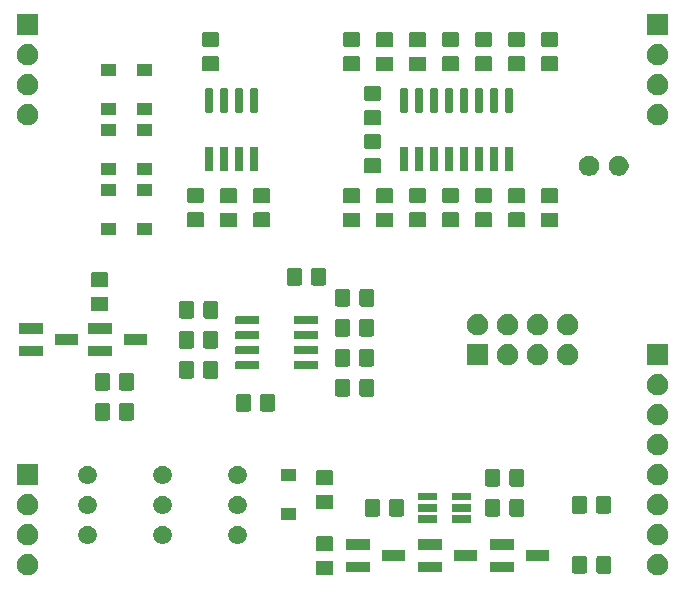
<source format=gbr>
G04 #@! TF.GenerationSoftware,KiCad,Pcbnew,5.1.6-c6e7f7d~87~ubuntu18.04.1*
G04 #@! TF.CreationDate,2020-08-19T17:04:45-04:00*
G04 #@! TF.ProjectId,late_MS20_VCF_plug_in_board,6c617465-5f4d-4533-9230-5f5643465f70,0*
G04 #@! TF.SameCoordinates,Original*
G04 #@! TF.FileFunction,Soldermask,Top*
G04 #@! TF.FilePolarity,Negative*
%FSLAX46Y46*%
G04 Gerber Fmt 4.6, Leading zero omitted, Abs format (unit mm)*
G04 Created by KiCad (PCBNEW 5.1.6-c6e7f7d~87~ubuntu18.04.1) date 2020-08-19 17:04:45*
%MOMM*%
%LPD*%
G01*
G04 APERTURE LIST*
%ADD10C,0.100000*%
G04 APERTURE END LIST*
D10*
G36*
X147433512Y-113403927D02*
G01*
X147582812Y-113433624D01*
X147746784Y-113501544D01*
X147894354Y-113600147D01*
X148019853Y-113725646D01*
X148118456Y-113873216D01*
X148186376Y-114037188D01*
X148221000Y-114211259D01*
X148221000Y-114388741D01*
X148186376Y-114562812D01*
X148118456Y-114726784D01*
X148019853Y-114874354D01*
X147894354Y-114999853D01*
X147746784Y-115098456D01*
X147582812Y-115166376D01*
X147446271Y-115193535D01*
X147408742Y-115201000D01*
X147231258Y-115201000D01*
X147193729Y-115193535D01*
X147057188Y-115166376D01*
X146893216Y-115098456D01*
X146745646Y-114999853D01*
X146620147Y-114874354D01*
X146521544Y-114726784D01*
X146453624Y-114562812D01*
X146419000Y-114388741D01*
X146419000Y-114211259D01*
X146453624Y-114037188D01*
X146521544Y-113873216D01*
X146620147Y-113725646D01*
X146745646Y-113600147D01*
X146893216Y-113501544D01*
X147057188Y-113433624D01*
X147206488Y-113403927D01*
X147231258Y-113399000D01*
X147408742Y-113399000D01*
X147433512Y-113403927D01*
G37*
G36*
X94093512Y-113403927D02*
G01*
X94242812Y-113433624D01*
X94406784Y-113501544D01*
X94554354Y-113600147D01*
X94679853Y-113725646D01*
X94778456Y-113873216D01*
X94846376Y-114037188D01*
X94881000Y-114211259D01*
X94881000Y-114388741D01*
X94846376Y-114562812D01*
X94778456Y-114726784D01*
X94679853Y-114874354D01*
X94554354Y-114999853D01*
X94406784Y-115098456D01*
X94242812Y-115166376D01*
X94106271Y-115193535D01*
X94068742Y-115201000D01*
X93891258Y-115201000D01*
X93853729Y-115193535D01*
X93717188Y-115166376D01*
X93553216Y-115098456D01*
X93405646Y-114999853D01*
X93280147Y-114874354D01*
X93181544Y-114726784D01*
X93113624Y-114562812D01*
X93079000Y-114388741D01*
X93079000Y-114211259D01*
X93113624Y-114037188D01*
X93181544Y-113873216D01*
X93280147Y-113725646D01*
X93405646Y-113600147D01*
X93553216Y-113501544D01*
X93717188Y-113433624D01*
X93866488Y-113403927D01*
X93891258Y-113399000D01*
X94068742Y-113399000D01*
X94093512Y-113403927D01*
G37*
G36*
X119714674Y-113950465D02*
G01*
X119752367Y-113961899D01*
X119787103Y-113980466D01*
X119817548Y-114005452D01*
X119842534Y-114035897D01*
X119861101Y-114070633D01*
X119872535Y-114108326D01*
X119877000Y-114153661D01*
X119877000Y-114990339D01*
X119872535Y-115035674D01*
X119861101Y-115073367D01*
X119842534Y-115108103D01*
X119817548Y-115138548D01*
X119787103Y-115163534D01*
X119752367Y-115182101D01*
X119714674Y-115193535D01*
X119669339Y-115198000D01*
X118582661Y-115198000D01*
X118537326Y-115193535D01*
X118499633Y-115182101D01*
X118464897Y-115163534D01*
X118434452Y-115138548D01*
X118409466Y-115108103D01*
X118390899Y-115073367D01*
X118379465Y-115035674D01*
X118375000Y-114990339D01*
X118375000Y-114153661D01*
X118379465Y-114108326D01*
X118390899Y-114070633D01*
X118409466Y-114035897D01*
X118434452Y-114005452D01*
X118464897Y-113980466D01*
X118499633Y-113961899D01*
X118537326Y-113950465D01*
X118582661Y-113946000D01*
X119669339Y-113946000D01*
X119714674Y-113950465D01*
G37*
G36*
X141179674Y-113553465D02*
G01*
X141217367Y-113564899D01*
X141252103Y-113583466D01*
X141282548Y-113608452D01*
X141307534Y-113638897D01*
X141326101Y-113673633D01*
X141337535Y-113711326D01*
X141342000Y-113756661D01*
X141342000Y-114843339D01*
X141337535Y-114888674D01*
X141326101Y-114926367D01*
X141307534Y-114961103D01*
X141282548Y-114991548D01*
X141252103Y-115016534D01*
X141217367Y-115035101D01*
X141179674Y-115046535D01*
X141134339Y-115051000D01*
X140297661Y-115051000D01*
X140252326Y-115046535D01*
X140214633Y-115035101D01*
X140179897Y-115016534D01*
X140149452Y-114991548D01*
X140124466Y-114961103D01*
X140105899Y-114926367D01*
X140094465Y-114888674D01*
X140090000Y-114843339D01*
X140090000Y-113756661D01*
X140094465Y-113711326D01*
X140105899Y-113673633D01*
X140124466Y-113638897D01*
X140149452Y-113608452D01*
X140179897Y-113583466D01*
X140214633Y-113564899D01*
X140252326Y-113553465D01*
X140297661Y-113549000D01*
X141134339Y-113549000D01*
X141179674Y-113553465D01*
G37*
G36*
X143229674Y-113553465D02*
G01*
X143267367Y-113564899D01*
X143302103Y-113583466D01*
X143332548Y-113608452D01*
X143357534Y-113638897D01*
X143376101Y-113673633D01*
X143387535Y-113711326D01*
X143392000Y-113756661D01*
X143392000Y-114843339D01*
X143387535Y-114888674D01*
X143376101Y-114926367D01*
X143357534Y-114961103D01*
X143332548Y-114991548D01*
X143302103Y-115016534D01*
X143267367Y-115035101D01*
X143229674Y-115046535D01*
X143184339Y-115051000D01*
X142347661Y-115051000D01*
X142302326Y-115046535D01*
X142264633Y-115035101D01*
X142229897Y-115016534D01*
X142199452Y-114991548D01*
X142174466Y-114961103D01*
X142155899Y-114926367D01*
X142144465Y-114888674D01*
X142140000Y-114843339D01*
X142140000Y-113756661D01*
X142144465Y-113711326D01*
X142155899Y-113673633D01*
X142174466Y-113638897D01*
X142199452Y-113608452D01*
X142229897Y-113583466D01*
X142264633Y-113564899D01*
X142302326Y-113553465D01*
X142347661Y-113549000D01*
X143184339Y-113549000D01*
X143229674Y-113553465D01*
G37*
G36*
X135161000Y-114939000D02*
G01*
X133159000Y-114939000D01*
X133159000Y-114037000D01*
X135161000Y-114037000D01*
X135161000Y-114939000D01*
G37*
G36*
X122969000Y-114939000D02*
G01*
X120967000Y-114939000D01*
X120967000Y-114037000D01*
X122969000Y-114037000D01*
X122969000Y-114939000D01*
G37*
G36*
X129065000Y-114939000D02*
G01*
X127063000Y-114939000D01*
X127063000Y-114037000D01*
X129065000Y-114037000D01*
X129065000Y-114939000D01*
G37*
G36*
X125969000Y-113989000D02*
G01*
X123967000Y-113989000D01*
X123967000Y-113087000D01*
X125969000Y-113087000D01*
X125969000Y-113989000D01*
G37*
G36*
X132065000Y-113989000D02*
G01*
X130063000Y-113989000D01*
X130063000Y-113087000D01*
X132065000Y-113087000D01*
X132065000Y-113989000D01*
G37*
G36*
X138161000Y-113989000D02*
G01*
X136159000Y-113989000D01*
X136159000Y-113087000D01*
X138161000Y-113087000D01*
X138161000Y-113989000D01*
G37*
G36*
X119714674Y-111900465D02*
G01*
X119752367Y-111911899D01*
X119787103Y-111930466D01*
X119817548Y-111955452D01*
X119842534Y-111985897D01*
X119861101Y-112020633D01*
X119872535Y-112058326D01*
X119877000Y-112103661D01*
X119877000Y-112940339D01*
X119872535Y-112985674D01*
X119861101Y-113023367D01*
X119842534Y-113058103D01*
X119817548Y-113088548D01*
X119787103Y-113113534D01*
X119752367Y-113132101D01*
X119714674Y-113143535D01*
X119669339Y-113148000D01*
X118582661Y-113148000D01*
X118537326Y-113143535D01*
X118499633Y-113132101D01*
X118464897Y-113113534D01*
X118434452Y-113088548D01*
X118409466Y-113058103D01*
X118390899Y-113023367D01*
X118379465Y-112985674D01*
X118375000Y-112940339D01*
X118375000Y-112103661D01*
X118379465Y-112058326D01*
X118390899Y-112020633D01*
X118409466Y-111985897D01*
X118434452Y-111955452D01*
X118464897Y-111930466D01*
X118499633Y-111911899D01*
X118537326Y-111900465D01*
X118582661Y-111896000D01*
X119669339Y-111896000D01*
X119714674Y-111900465D01*
G37*
G36*
X122969000Y-113039000D02*
G01*
X120967000Y-113039000D01*
X120967000Y-112137000D01*
X122969000Y-112137000D01*
X122969000Y-113039000D01*
G37*
G36*
X135161000Y-113039000D02*
G01*
X133159000Y-113039000D01*
X133159000Y-112137000D01*
X135161000Y-112137000D01*
X135161000Y-113039000D01*
G37*
G36*
X129065000Y-113039000D02*
G01*
X127063000Y-113039000D01*
X127063000Y-112137000D01*
X129065000Y-112137000D01*
X129065000Y-113039000D01*
G37*
G36*
X147433512Y-110863927D02*
G01*
X147582812Y-110893624D01*
X147746784Y-110961544D01*
X147894354Y-111060147D01*
X148019853Y-111185646D01*
X148118456Y-111333216D01*
X148186376Y-111497188D01*
X148221000Y-111671259D01*
X148221000Y-111848741D01*
X148186376Y-112022812D01*
X148118456Y-112186784D01*
X148019853Y-112334354D01*
X147894354Y-112459853D01*
X147746784Y-112558456D01*
X147582812Y-112626376D01*
X147433512Y-112656073D01*
X147408742Y-112661000D01*
X147231258Y-112661000D01*
X147206488Y-112656073D01*
X147057188Y-112626376D01*
X146893216Y-112558456D01*
X146745646Y-112459853D01*
X146620147Y-112334354D01*
X146521544Y-112186784D01*
X146453624Y-112022812D01*
X146419000Y-111848741D01*
X146419000Y-111671259D01*
X146453624Y-111497188D01*
X146521544Y-111333216D01*
X146620147Y-111185646D01*
X146745646Y-111060147D01*
X146893216Y-110961544D01*
X147057188Y-110893624D01*
X147206488Y-110863927D01*
X147231258Y-110859000D01*
X147408742Y-110859000D01*
X147433512Y-110863927D01*
G37*
G36*
X94093512Y-110863927D02*
G01*
X94242812Y-110893624D01*
X94406784Y-110961544D01*
X94554354Y-111060147D01*
X94679853Y-111185646D01*
X94778456Y-111333216D01*
X94846376Y-111497188D01*
X94881000Y-111671259D01*
X94881000Y-111848741D01*
X94846376Y-112022812D01*
X94778456Y-112186784D01*
X94679853Y-112334354D01*
X94554354Y-112459853D01*
X94406784Y-112558456D01*
X94242812Y-112626376D01*
X94093512Y-112656073D01*
X94068742Y-112661000D01*
X93891258Y-112661000D01*
X93866488Y-112656073D01*
X93717188Y-112626376D01*
X93553216Y-112558456D01*
X93405646Y-112459853D01*
X93280147Y-112334354D01*
X93181544Y-112186784D01*
X93113624Y-112022812D01*
X93079000Y-111848741D01*
X93079000Y-111671259D01*
X93113624Y-111497188D01*
X93181544Y-111333216D01*
X93280147Y-111185646D01*
X93405646Y-111060147D01*
X93553216Y-110961544D01*
X93717188Y-110893624D01*
X93866488Y-110863927D01*
X93891258Y-110859000D01*
X94068742Y-110859000D01*
X94093512Y-110863927D01*
G37*
G36*
X99185589Y-110998876D02*
G01*
X99284893Y-111018629D01*
X99425206Y-111076748D01*
X99551484Y-111161125D01*
X99658875Y-111268516D01*
X99743252Y-111394794D01*
X99801371Y-111535107D01*
X99831000Y-111684063D01*
X99831000Y-111835937D01*
X99801371Y-111984893D01*
X99743252Y-112125206D01*
X99658875Y-112251484D01*
X99551484Y-112358875D01*
X99425206Y-112443252D01*
X99284893Y-112501371D01*
X99185589Y-112521124D01*
X99135938Y-112531000D01*
X98984062Y-112531000D01*
X98934411Y-112521124D01*
X98835107Y-112501371D01*
X98694794Y-112443252D01*
X98568516Y-112358875D01*
X98461125Y-112251484D01*
X98376748Y-112125206D01*
X98318629Y-111984893D01*
X98289000Y-111835937D01*
X98289000Y-111684063D01*
X98318629Y-111535107D01*
X98376748Y-111394794D01*
X98461125Y-111268516D01*
X98568516Y-111161125D01*
X98694794Y-111076748D01*
X98835107Y-111018629D01*
X98934411Y-110998876D01*
X98984062Y-110989000D01*
X99135938Y-110989000D01*
X99185589Y-110998876D01*
G37*
G36*
X105535589Y-110998876D02*
G01*
X105634893Y-111018629D01*
X105775206Y-111076748D01*
X105901484Y-111161125D01*
X106008875Y-111268516D01*
X106093252Y-111394794D01*
X106151371Y-111535107D01*
X106181000Y-111684063D01*
X106181000Y-111835937D01*
X106151371Y-111984893D01*
X106093252Y-112125206D01*
X106008875Y-112251484D01*
X105901484Y-112358875D01*
X105775206Y-112443252D01*
X105634893Y-112501371D01*
X105535589Y-112521124D01*
X105485938Y-112531000D01*
X105334062Y-112531000D01*
X105284411Y-112521124D01*
X105185107Y-112501371D01*
X105044794Y-112443252D01*
X104918516Y-112358875D01*
X104811125Y-112251484D01*
X104726748Y-112125206D01*
X104668629Y-111984893D01*
X104639000Y-111835937D01*
X104639000Y-111684063D01*
X104668629Y-111535107D01*
X104726748Y-111394794D01*
X104811125Y-111268516D01*
X104918516Y-111161125D01*
X105044794Y-111076748D01*
X105185107Y-111018629D01*
X105284411Y-110998876D01*
X105334062Y-110989000D01*
X105485938Y-110989000D01*
X105535589Y-110998876D01*
G37*
G36*
X111885589Y-110998876D02*
G01*
X111984893Y-111018629D01*
X112125206Y-111076748D01*
X112251484Y-111161125D01*
X112358875Y-111268516D01*
X112443252Y-111394794D01*
X112501371Y-111535107D01*
X112531000Y-111684063D01*
X112531000Y-111835937D01*
X112501371Y-111984893D01*
X112443252Y-112125206D01*
X112358875Y-112251484D01*
X112251484Y-112358875D01*
X112125206Y-112443252D01*
X111984893Y-112501371D01*
X111885589Y-112521124D01*
X111835938Y-112531000D01*
X111684062Y-112531000D01*
X111634411Y-112521124D01*
X111535107Y-112501371D01*
X111394794Y-112443252D01*
X111268516Y-112358875D01*
X111161125Y-112251484D01*
X111076748Y-112125206D01*
X111018629Y-111984893D01*
X110989000Y-111835937D01*
X110989000Y-111684063D01*
X111018629Y-111535107D01*
X111076748Y-111394794D01*
X111161125Y-111268516D01*
X111268516Y-111161125D01*
X111394794Y-111076748D01*
X111535107Y-111018629D01*
X111634411Y-110998876D01*
X111684062Y-110989000D01*
X111835938Y-110989000D01*
X111885589Y-110998876D01*
G37*
G36*
X128637000Y-110750000D02*
G01*
X127035000Y-110750000D01*
X127035000Y-110098000D01*
X128637000Y-110098000D01*
X128637000Y-110750000D01*
G37*
G36*
X131537000Y-110750000D02*
G01*
X129935000Y-110750000D01*
X129935000Y-110098000D01*
X131537000Y-110098000D01*
X131537000Y-110750000D01*
G37*
G36*
X116729000Y-110483000D02*
G01*
X115427000Y-110483000D01*
X115427000Y-109481000D01*
X116729000Y-109481000D01*
X116729000Y-110483000D01*
G37*
G36*
X123635674Y-108727465D02*
G01*
X123673367Y-108738899D01*
X123708103Y-108757466D01*
X123738548Y-108782452D01*
X123763534Y-108812897D01*
X123782101Y-108847633D01*
X123793535Y-108885326D01*
X123798000Y-108930661D01*
X123798000Y-110017339D01*
X123793535Y-110062674D01*
X123782101Y-110100367D01*
X123763534Y-110135103D01*
X123738548Y-110165548D01*
X123708103Y-110190534D01*
X123673367Y-110209101D01*
X123635674Y-110220535D01*
X123590339Y-110225000D01*
X122753661Y-110225000D01*
X122708326Y-110220535D01*
X122670633Y-110209101D01*
X122635897Y-110190534D01*
X122605452Y-110165548D01*
X122580466Y-110135103D01*
X122561899Y-110100367D01*
X122550465Y-110062674D01*
X122546000Y-110017339D01*
X122546000Y-108930661D01*
X122550465Y-108885326D01*
X122561899Y-108847633D01*
X122580466Y-108812897D01*
X122605452Y-108782452D01*
X122635897Y-108757466D01*
X122670633Y-108738899D01*
X122708326Y-108727465D01*
X122753661Y-108723000D01*
X123590339Y-108723000D01*
X123635674Y-108727465D01*
G37*
G36*
X125685674Y-108727465D02*
G01*
X125723367Y-108738899D01*
X125758103Y-108757466D01*
X125788548Y-108782452D01*
X125813534Y-108812897D01*
X125832101Y-108847633D01*
X125843535Y-108885326D01*
X125848000Y-108930661D01*
X125848000Y-110017339D01*
X125843535Y-110062674D01*
X125832101Y-110100367D01*
X125813534Y-110135103D01*
X125788548Y-110165548D01*
X125758103Y-110190534D01*
X125723367Y-110209101D01*
X125685674Y-110220535D01*
X125640339Y-110225000D01*
X124803661Y-110225000D01*
X124758326Y-110220535D01*
X124720633Y-110209101D01*
X124685897Y-110190534D01*
X124655452Y-110165548D01*
X124630466Y-110135103D01*
X124611899Y-110100367D01*
X124600465Y-110062674D01*
X124596000Y-110017339D01*
X124596000Y-108930661D01*
X124600465Y-108885326D01*
X124611899Y-108847633D01*
X124630466Y-108812897D01*
X124655452Y-108782452D01*
X124685897Y-108757466D01*
X124720633Y-108738899D01*
X124758326Y-108727465D01*
X124803661Y-108723000D01*
X125640339Y-108723000D01*
X125685674Y-108727465D01*
G37*
G36*
X135863674Y-108727465D02*
G01*
X135901367Y-108738899D01*
X135936103Y-108757466D01*
X135966548Y-108782452D01*
X135991534Y-108812897D01*
X136010101Y-108847633D01*
X136021535Y-108885326D01*
X136026000Y-108930661D01*
X136026000Y-110017339D01*
X136021535Y-110062674D01*
X136010101Y-110100367D01*
X135991534Y-110135103D01*
X135966548Y-110165548D01*
X135936103Y-110190534D01*
X135901367Y-110209101D01*
X135863674Y-110220535D01*
X135818339Y-110225000D01*
X134981661Y-110225000D01*
X134936326Y-110220535D01*
X134898633Y-110209101D01*
X134863897Y-110190534D01*
X134833452Y-110165548D01*
X134808466Y-110135103D01*
X134789899Y-110100367D01*
X134778465Y-110062674D01*
X134774000Y-110017339D01*
X134774000Y-108930661D01*
X134778465Y-108885326D01*
X134789899Y-108847633D01*
X134808466Y-108812897D01*
X134833452Y-108782452D01*
X134863897Y-108757466D01*
X134898633Y-108738899D01*
X134936326Y-108727465D01*
X134981661Y-108723000D01*
X135818339Y-108723000D01*
X135863674Y-108727465D01*
G37*
G36*
X133813674Y-108727465D02*
G01*
X133851367Y-108738899D01*
X133886103Y-108757466D01*
X133916548Y-108782452D01*
X133941534Y-108812897D01*
X133960101Y-108847633D01*
X133971535Y-108885326D01*
X133976000Y-108930661D01*
X133976000Y-110017339D01*
X133971535Y-110062674D01*
X133960101Y-110100367D01*
X133941534Y-110135103D01*
X133916548Y-110165548D01*
X133886103Y-110190534D01*
X133851367Y-110209101D01*
X133813674Y-110220535D01*
X133768339Y-110225000D01*
X132931661Y-110225000D01*
X132886326Y-110220535D01*
X132848633Y-110209101D01*
X132813897Y-110190534D01*
X132783452Y-110165548D01*
X132758466Y-110135103D01*
X132739899Y-110100367D01*
X132728465Y-110062674D01*
X132724000Y-110017339D01*
X132724000Y-108930661D01*
X132728465Y-108885326D01*
X132739899Y-108847633D01*
X132758466Y-108812897D01*
X132783452Y-108782452D01*
X132813897Y-108757466D01*
X132848633Y-108738899D01*
X132886326Y-108727465D01*
X132931661Y-108723000D01*
X133768339Y-108723000D01*
X133813674Y-108727465D01*
G37*
G36*
X147433512Y-108323927D02*
G01*
X147582812Y-108353624D01*
X147746784Y-108421544D01*
X147894354Y-108520147D01*
X148019853Y-108645646D01*
X148118456Y-108793216D01*
X148186376Y-108957188D01*
X148221000Y-109131259D01*
X148221000Y-109308741D01*
X148186376Y-109482812D01*
X148118456Y-109646784D01*
X148019853Y-109794354D01*
X147894354Y-109919853D01*
X147746784Y-110018456D01*
X147582812Y-110086376D01*
X147433512Y-110116073D01*
X147408742Y-110121000D01*
X147231258Y-110121000D01*
X147206488Y-110116073D01*
X147057188Y-110086376D01*
X146893216Y-110018456D01*
X146745646Y-109919853D01*
X146620147Y-109794354D01*
X146521544Y-109646784D01*
X146453624Y-109482812D01*
X146419000Y-109308741D01*
X146419000Y-109131259D01*
X146453624Y-108957188D01*
X146521544Y-108793216D01*
X146620147Y-108645646D01*
X146745646Y-108520147D01*
X146893216Y-108421544D01*
X147057188Y-108353624D01*
X147206488Y-108323927D01*
X147231258Y-108319000D01*
X147408742Y-108319000D01*
X147433512Y-108323927D01*
G37*
G36*
X94093512Y-108323927D02*
G01*
X94242812Y-108353624D01*
X94406784Y-108421544D01*
X94554354Y-108520147D01*
X94679853Y-108645646D01*
X94778456Y-108793216D01*
X94846376Y-108957188D01*
X94881000Y-109131259D01*
X94881000Y-109308741D01*
X94846376Y-109482812D01*
X94778456Y-109646784D01*
X94679853Y-109794354D01*
X94554354Y-109919853D01*
X94406784Y-110018456D01*
X94242812Y-110086376D01*
X94093512Y-110116073D01*
X94068742Y-110121000D01*
X93891258Y-110121000D01*
X93866488Y-110116073D01*
X93717188Y-110086376D01*
X93553216Y-110018456D01*
X93405646Y-109919853D01*
X93280147Y-109794354D01*
X93181544Y-109646784D01*
X93113624Y-109482812D01*
X93079000Y-109308741D01*
X93079000Y-109131259D01*
X93113624Y-108957188D01*
X93181544Y-108793216D01*
X93280147Y-108645646D01*
X93405646Y-108520147D01*
X93553216Y-108421544D01*
X93717188Y-108353624D01*
X93866488Y-108323927D01*
X93891258Y-108319000D01*
X94068742Y-108319000D01*
X94093512Y-108323927D01*
G37*
G36*
X99185589Y-108458876D02*
G01*
X99284893Y-108478629D01*
X99425206Y-108536748D01*
X99551484Y-108621125D01*
X99658875Y-108728516D01*
X99743252Y-108854794D01*
X99801371Y-108995107D01*
X99831000Y-109144063D01*
X99831000Y-109295937D01*
X99801371Y-109444893D01*
X99743252Y-109585206D01*
X99658875Y-109711484D01*
X99551484Y-109818875D01*
X99425206Y-109903252D01*
X99284893Y-109961371D01*
X99185589Y-109981124D01*
X99135938Y-109991000D01*
X98984062Y-109991000D01*
X98934411Y-109981124D01*
X98835107Y-109961371D01*
X98694794Y-109903252D01*
X98568516Y-109818875D01*
X98461125Y-109711484D01*
X98376748Y-109585206D01*
X98318629Y-109444893D01*
X98289000Y-109295937D01*
X98289000Y-109144063D01*
X98318629Y-108995107D01*
X98376748Y-108854794D01*
X98461125Y-108728516D01*
X98568516Y-108621125D01*
X98694794Y-108536748D01*
X98835107Y-108478629D01*
X98934411Y-108458876D01*
X98984062Y-108449000D01*
X99135938Y-108449000D01*
X99185589Y-108458876D01*
G37*
G36*
X111885589Y-108458876D02*
G01*
X111984893Y-108478629D01*
X112125206Y-108536748D01*
X112251484Y-108621125D01*
X112358875Y-108728516D01*
X112443252Y-108854794D01*
X112501371Y-108995107D01*
X112531000Y-109144063D01*
X112531000Y-109295937D01*
X112501371Y-109444893D01*
X112443252Y-109585206D01*
X112358875Y-109711484D01*
X112251484Y-109818875D01*
X112125206Y-109903252D01*
X111984893Y-109961371D01*
X111885589Y-109981124D01*
X111835938Y-109991000D01*
X111684062Y-109991000D01*
X111634411Y-109981124D01*
X111535107Y-109961371D01*
X111394794Y-109903252D01*
X111268516Y-109818875D01*
X111161125Y-109711484D01*
X111076748Y-109585206D01*
X111018629Y-109444893D01*
X110989000Y-109295937D01*
X110989000Y-109144063D01*
X111018629Y-108995107D01*
X111076748Y-108854794D01*
X111161125Y-108728516D01*
X111268516Y-108621125D01*
X111394794Y-108536748D01*
X111535107Y-108478629D01*
X111634411Y-108458876D01*
X111684062Y-108449000D01*
X111835938Y-108449000D01*
X111885589Y-108458876D01*
G37*
G36*
X105535589Y-108458876D02*
G01*
X105634893Y-108478629D01*
X105775206Y-108536748D01*
X105901484Y-108621125D01*
X106008875Y-108728516D01*
X106093252Y-108854794D01*
X106151371Y-108995107D01*
X106181000Y-109144063D01*
X106181000Y-109295937D01*
X106151371Y-109444893D01*
X106093252Y-109585206D01*
X106008875Y-109711484D01*
X105901484Y-109818875D01*
X105775206Y-109903252D01*
X105634893Y-109961371D01*
X105535589Y-109981124D01*
X105485938Y-109991000D01*
X105334062Y-109991000D01*
X105284411Y-109981124D01*
X105185107Y-109961371D01*
X105044794Y-109903252D01*
X104918516Y-109818875D01*
X104811125Y-109711484D01*
X104726748Y-109585206D01*
X104668629Y-109444893D01*
X104639000Y-109295937D01*
X104639000Y-109144063D01*
X104668629Y-108995107D01*
X104726748Y-108854794D01*
X104811125Y-108728516D01*
X104918516Y-108621125D01*
X105044794Y-108536748D01*
X105185107Y-108478629D01*
X105284411Y-108458876D01*
X105334062Y-108449000D01*
X105485938Y-108449000D01*
X105535589Y-108458876D01*
G37*
G36*
X141161674Y-108473465D02*
G01*
X141199367Y-108484899D01*
X141234103Y-108503466D01*
X141264548Y-108528452D01*
X141289534Y-108558897D01*
X141308101Y-108593633D01*
X141319535Y-108631326D01*
X141324000Y-108676661D01*
X141324000Y-109763339D01*
X141319535Y-109808674D01*
X141308101Y-109846367D01*
X141289534Y-109881103D01*
X141264548Y-109911548D01*
X141234103Y-109936534D01*
X141199367Y-109955101D01*
X141161674Y-109966535D01*
X141116339Y-109971000D01*
X140279661Y-109971000D01*
X140234326Y-109966535D01*
X140196633Y-109955101D01*
X140161897Y-109936534D01*
X140131452Y-109911548D01*
X140106466Y-109881103D01*
X140087899Y-109846367D01*
X140076465Y-109808674D01*
X140072000Y-109763339D01*
X140072000Y-108676661D01*
X140076465Y-108631326D01*
X140087899Y-108593633D01*
X140106466Y-108558897D01*
X140131452Y-108528452D01*
X140161897Y-108503466D01*
X140196633Y-108484899D01*
X140234326Y-108473465D01*
X140279661Y-108469000D01*
X141116339Y-108469000D01*
X141161674Y-108473465D01*
G37*
G36*
X143211674Y-108473465D02*
G01*
X143249367Y-108484899D01*
X143284103Y-108503466D01*
X143314548Y-108528452D01*
X143339534Y-108558897D01*
X143358101Y-108593633D01*
X143369535Y-108631326D01*
X143374000Y-108676661D01*
X143374000Y-109763339D01*
X143369535Y-109808674D01*
X143358101Y-109846367D01*
X143339534Y-109881103D01*
X143314548Y-109911548D01*
X143284103Y-109936534D01*
X143249367Y-109955101D01*
X143211674Y-109966535D01*
X143166339Y-109971000D01*
X142329661Y-109971000D01*
X142284326Y-109966535D01*
X142246633Y-109955101D01*
X142211897Y-109936534D01*
X142181452Y-109911548D01*
X142156466Y-109881103D01*
X142137899Y-109846367D01*
X142126465Y-109808674D01*
X142122000Y-109763339D01*
X142122000Y-108676661D01*
X142126465Y-108631326D01*
X142137899Y-108593633D01*
X142156466Y-108558897D01*
X142181452Y-108528452D01*
X142211897Y-108503466D01*
X142246633Y-108484899D01*
X142284326Y-108473465D01*
X142329661Y-108469000D01*
X143166339Y-108469000D01*
X143211674Y-108473465D01*
G37*
G36*
X128637000Y-109800000D02*
G01*
X127035000Y-109800000D01*
X127035000Y-109148000D01*
X128637000Y-109148000D01*
X128637000Y-109800000D01*
G37*
G36*
X131537000Y-109800000D02*
G01*
X129935000Y-109800000D01*
X129935000Y-109148000D01*
X131537000Y-109148000D01*
X131537000Y-109800000D01*
G37*
G36*
X119714674Y-108362465D02*
G01*
X119752367Y-108373899D01*
X119787103Y-108392466D01*
X119817548Y-108417452D01*
X119842534Y-108447897D01*
X119861101Y-108482633D01*
X119872535Y-108520326D01*
X119877000Y-108565661D01*
X119877000Y-109402339D01*
X119872535Y-109447674D01*
X119861101Y-109485367D01*
X119842534Y-109520103D01*
X119817548Y-109550548D01*
X119787103Y-109575534D01*
X119752367Y-109594101D01*
X119714674Y-109605535D01*
X119669339Y-109610000D01*
X118582661Y-109610000D01*
X118537326Y-109605535D01*
X118499633Y-109594101D01*
X118464897Y-109575534D01*
X118434452Y-109550548D01*
X118409466Y-109520103D01*
X118390899Y-109485367D01*
X118379465Y-109447674D01*
X118375000Y-109402339D01*
X118375000Y-108565661D01*
X118379465Y-108520326D01*
X118390899Y-108482633D01*
X118409466Y-108447897D01*
X118434452Y-108417452D01*
X118464897Y-108392466D01*
X118499633Y-108373899D01*
X118537326Y-108362465D01*
X118582661Y-108358000D01*
X119669339Y-108358000D01*
X119714674Y-108362465D01*
G37*
G36*
X131537000Y-108850000D02*
G01*
X129935000Y-108850000D01*
X129935000Y-108198000D01*
X131537000Y-108198000D01*
X131537000Y-108850000D01*
G37*
G36*
X128637000Y-108850000D02*
G01*
X127035000Y-108850000D01*
X127035000Y-108198000D01*
X128637000Y-108198000D01*
X128637000Y-108850000D01*
G37*
G36*
X133813674Y-106187465D02*
G01*
X133851367Y-106198899D01*
X133886103Y-106217466D01*
X133916548Y-106242452D01*
X133941534Y-106272897D01*
X133960101Y-106307633D01*
X133971535Y-106345326D01*
X133976000Y-106390661D01*
X133976000Y-107477339D01*
X133971535Y-107522674D01*
X133960101Y-107560367D01*
X133941534Y-107595103D01*
X133916548Y-107625548D01*
X133886103Y-107650534D01*
X133851367Y-107669101D01*
X133813674Y-107680535D01*
X133768339Y-107685000D01*
X132931661Y-107685000D01*
X132886326Y-107680535D01*
X132848633Y-107669101D01*
X132813897Y-107650534D01*
X132783452Y-107625548D01*
X132758466Y-107595103D01*
X132739899Y-107560367D01*
X132728465Y-107522674D01*
X132724000Y-107477339D01*
X132724000Y-106390661D01*
X132728465Y-106345326D01*
X132739899Y-106307633D01*
X132758466Y-106272897D01*
X132783452Y-106242452D01*
X132813897Y-106217466D01*
X132848633Y-106198899D01*
X132886326Y-106187465D01*
X132931661Y-106183000D01*
X133768339Y-106183000D01*
X133813674Y-106187465D01*
G37*
G36*
X135863674Y-106187465D02*
G01*
X135901367Y-106198899D01*
X135936103Y-106217466D01*
X135966548Y-106242452D01*
X135991534Y-106272897D01*
X136010101Y-106307633D01*
X136021535Y-106345326D01*
X136026000Y-106390661D01*
X136026000Y-107477339D01*
X136021535Y-107522674D01*
X136010101Y-107560367D01*
X135991534Y-107595103D01*
X135966548Y-107625548D01*
X135936103Y-107650534D01*
X135901367Y-107669101D01*
X135863674Y-107680535D01*
X135818339Y-107685000D01*
X134981661Y-107685000D01*
X134936326Y-107680535D01*
X134898633Y-107669101D01*
X134863897Y-107650534D01*
X134833452Y-107625548D01*
X134808466Y-107595103D01*
X134789899Y-107560367D01*
X134778465Y-107522674D01*
X134774000Y-107477339D01*
X134774000Y-106390661D01*
X134778465Y-106345326D01*
X134789899Y-106307633D01*
X134808466Y-106272897D01*
X134833452Y-106242452D01*
X134863897Y-106217466D01*
X134898633Y-106198899D01*
X134936326Y-106187465D01*
X134981661Y-106183000D01*
X135818339Y-106183000D01*
X135863674Y-106187465D01*
G37*
G36*
X147433512Y-105783927D02*
G01*
X147582812Y-105813624D01*
X147746784Y-105881544D01*
X147894354Y-105980147D01*
X148019853Y-106105646D01*
X148118456Y-106253216D01*
X148186376Y-106417188D01*
X148221000Y-106591259D01*
X148221000Y-106768741D01*
X148186376Y-106942812D01*
X148118456Y-107106784D01*
X148019853Y-107254354D01*
X147894354Y-107379853D01*
X147746784Y-107478456D01*
X147582812Y-107546376D01*
X147433512Y-107576073D01*
X147408742Y-107581000D01*
X147231258Y-107581000D01*
X147206488Y-107576073D01*
X147057188Y-107546376D01*
X146893216Y-107478456D01*
X146745646Y-107379853D01*
X146620147Y-107254354D01*
X146521544Y-107106784D01*
X146453624Y-106942812D01*
X146419000Y-106768741D01*
X146419000Y-106591259D01*
X146453624Y-106417188D01*
X146521544Y-106253216D01*
X146620147Y-106105646D01*
X146745646Y-105980147D01*
X146893216Y-105881544D01*
X147057188Y-105813624D01*
X147206488Y-105783927D01*
X147231258Y-105779000D01*
X147408742Y-105779000D01*
X147433512Y-105783927D01*
G37*
G36*
X94881000Y-107581000D02*
G01*
X93079000Y-107581000D01*
X93079000Y-105779000D01*
X94881000Y-105779000D01*
X94881000Y-107581000D01*
G37*
G36*
X119714674Y-106312465D02*
G01*
X119752367Y-106323899D01*
X119787103Y-106342466D01*
X119817548Y-106367452D01*
X119842534Y-106397897D01*
X119861101Y-106432633D01*
X119872535Y-106470326D01*
X119877000Y-106515661D01*
X119877000Y-107352339D01*
X119872535Y-107397674D01*
X119861101Y-107435367D01*
X119842534Y-107470103D01*
X119817548Y-107500548D01*
X119787103Y-107525534D01*
X119752367Y-107544101D01*
X119714674Y-107555535D01*
X119669339Y-107560000D01*
X118582661Y-107560000D01*
X118537326Y-107555535D01*
X118499633Y-107544101D01*
X118464897Y-107525534D01*
X118434452Y-107500548D01*
X118409466Y-107470103D01*
X118390899Y-107435367D01*
X118379465Y-107397674D01*
X118375000Y-107352339D01*
X118375000Y-106515661D01*
X118379465Y-106470326D01*
X118390899Y-106432633D01*
X118409466Y-106397897D01*
X118434452Y-106367452D01*
X118464897Y-106342466D01*
X118499633Y-106323899D01*
X118537326Y-106312465D01*
X118582661Y-106308000D01*
X119669339Y-106308000D01*
X119714674Y-106312465D01*
G37*
G36*
X111885589Y-105918876D02*
G01*
X111984893Y-105938629D01*
X112125206Y-105996748D01*
X112251484Y-106081125D01*
X112358875Y-106188516D01*
X112443252Y-106314794D01*
X112501371Y-106455107D01*
X112531000Y-106604063D01*
X112531000Y-106755937D01*
X112501371Y-106904893D01*
X112443252Y-107045206D01*
X112358875Y-107171484D01*
X112251484Y-107278875D01*
X112125206Y-107363252D01*
X111984893Y-107421371D01*
X111896074Y-107439038D01*
X111835938Y-107451000D01*
X111684062Y-107451000D01*
X111623926Y-107439038D01*
X111535107Y-107421371D01*
X111394794Y-107363252D01*
X111268516Y-107278875D01*
X111161125Y-107171484D01*
X111076748Y-107045206D01*
X111018629Y-106904893D01*
X110989000Y-106755937D01*
X110989000Y-106604063D01*
X111018629Y-106455107D01*
X111076748Y-106314794D01*
X111161125Y-106188516D01*
X111268516Y-106081125D01*
X111394794Y-105996748D01*
X111535107Y-105938629D01*
X111634411Y-105918876D01*
X111684062Y-105909000D01*
X111835938Y-105909000D01*
X111885589Y-105918876D01*
G37*
G36*
X105535589Y-105918876D02*
G01*
X105634893Y-105938629D01*
X105775206Y-105996748D01*
X105901484Y-106081125D01*
X106008875Y-106188516D01*
X106093252Y-106314794D01*
X106151371Y-106455107D01*
X106181000Y-106604063D01*
X106181000Y-106755937D01*
X106151371Y-106904893D01*
X106093252Y-107045206D01*
X106008875Y-107171484D01*
X105901484Y-107278875D01*
X105775206Y-107363252D01*
X105634893Y-107421371D01*
X105546074Y-107439038D01*
X105485938Y-107451000D01*
X105334062Y-107451000D01*
X105273926Y-107439038D01*
X105185107Y-107421371D01*
X105044794Y-107363252D01*
X104918516Y-107278875D01*
X104811125Y-107171484D01*
X104726748Y-107045206D01*
X104668629Y-106904893D01*
X104639000Y-106755937D01*
X104639000Y-106604063D01*
X104668629Y-106455107D01*
X104726748Y-106314794D01*
X104811125Y-106188516D01*
X104918516Y-106081125D01*
X105044794Y-105996748D01*
X105185107Y-105938629D01*
X105284411Y-105918876D01*
X105334062Y-105909000D01*
X105485938Y-105909000D01*
X105535589Y-105918876D01*
G37*
G36*
X99185589Y-105918876D02*
G01*
X99284893Y-105938629D01*
X99425206Y-105996748D01*
X99551484Y-106081125D01*
X99658875Y-106188516D01*
X99743252Y-106314794D01*
X99801371Y-106455107D01*
X99831000Y-106604063D01*
X99831000Y-106755937D01*
X99801371Y-106904893D01*
X99743252Y-107045206D01*
X99658875Y-107171484D01*
X99551484Y-107278875D01*
X99425206Y-107363252D01*
X99284893Y-107421371D01*
X99196074Y-107439038D01*
X99135938Y-107451000D01*
X98984062Y-107451000D01*
X98923926Y-107439038D01*
X98835107Y-107421371D01*
X98694794Y-107363252D01*
X98568516Y-107278875D01*
X98461125Y-107171484D01*
X98376748Y-107045206D01*
X98318629Y-106904893D01*
X98289000Y-106755937D01*
X98289000Y-106604063D01*
X98318629Y-106455107D01*
X98376748Y-106314794D01*
X98461125Y-106188516D01*
X98568516Y-106081125D01*
X98694794Y-105996748D01*
X98835107Y-105938629D01*
X98934411Y-105918876D01*
X98984062Y-105909000D01*
X99135938Y-105909000D01*
X99185589Y-105918876D01*
G37*
G36*
X116729000Y-107183000D02*
G01*
X115427000Y-107183000D01*
X115427000Y-106181000D01*
X116729000Y-106181000D01*
X116729000Y-107183000D01*
G37*
G36*
X147433512Y-103243927D02*
G01*
X147582812Y-103273624D01*
X147746784Y-103341544D01*
X147894354Y-103440147D01*
X148019853Y-103565646D01*
X148118456Y-103713216D01*
X148186376Y-103877188D01*
X148221000Y-104051259D01*
X148221000Y-104228741D01*
X148186376Y-104402812D01*
X148118456Y-104566784D01*
X148019853Y-104714354D01*
X147894354Y-104839853D01*
X147746784Y-104938456D01*
X147582812Y-105006376D01*
X147433512Y-105036073D01*
X147408742Y-105041000D01*
X147231258Y-105041000D01*
X147206488Y-105036073D01*
X147057188Y-105006376D01*
X146893216Y-104938456D01*
X146745646Y-104839853D01*
X146620147Y-104714354D01*
X146521544Y-104566784D01*
X146453624Y-104402812D01*
X146419000Y-104228741D01*
X146419000Y-104051259D01*
X146453624Y-103877188D01*
X146521544Y-103713216D01*
X146620147Y-103565646D01*
X146745646Y-103440147D01*
X146893216Y-103341544D01*
X147057188Y-103273624D01*
X147206488Y-103243927D01*
X147231258Y-103239000D01*
X147408742Y-103239000D01*
X147433512Y-103243927D01*
G37*
G36*
X147433512Y-100703927D02*
G01*
X147582812Y-100733624D01*
X147746784Y-100801544D01*
X147894354Y-100900147D01*
X148019853Y-101025646D01*
X148118456Y-101173216D01*
X148186376Y-101337188D01*
X148221000Y-101511259D01*
X148221000Y-101688741D01*
X148186376Y-101862812D01*
X148118456Y-102026784D01*
X148019853Y-102174354D01*
X147894354Y-102299853D01*
X147746784Y-102398456D01*
X147582812Y-102466376D01*
X147433512Y-102496073D01*
X147408742Y-102501000D01*
X147231258Y-102501000D01*
X147206488Y-102496073D01*
X147057188Y-102466376D01*
X146893216Y-102398456D01*
X146745646Y-102299853D01*
X146620147Y-102174354D01*
X146521544Y-102026784D01*
X146453624Y-101862812D01*
X146419000Y-101688741D01*
X146419000Y-101511259D01*
X146453624Y-101337188D01*
X146521544Y-101173216D01*
X146620147Y-101025646D01*
X146745646Y-100900147D01*
X146893216Y-100801544D01*
X147057188Y-100733624D01*
X147206488Y-100703927D01*
X147231258Y-100699000D01*
X147408742Y-100699000D01*
X147433512Y-100703927D01*
G37*
G36*
X100775674Y-100599465D02*
G01*
X100813367Y-100610899D01*
X100848103Y-100629466D01*
X100878548Y-100654452D01*
X100903534Y-100684897D01*
X100922101Y-100719633D01*
X100933535Y-100757326D01*
X100938000Y-100802661D01*
X100938000Y-101889339D01*
X100933535Y-101934674D01*
X100922101Y-101972367D01*
X100903534Y-102007103D01*
X100878548Y-102037548D01*
X100848103Y-102062534D01*
X100813367Y-102081101D01*
X100775674Y-102092535D01*
X100730339Y-102097000D01*
X99893661Y-102097000D01*
X99848326Y-102092535D01*
X99810633Y-102081101D01*
X99775897Y-102062534D01*
X99745452Y-102037548D01*
X99720466Y-102007103D01*
X99701899Y-101972367D01*
X99690465Y-101934674D01*
X99686000Y-101889339D01*
X99686000Y-100802661D01*
X99690465Y-100757326D01*
X99701899Y-100719633D01*
X99720466Y-100684897D01*
X99745452Y-100654452D01*
X99775897Y-100629466D01*
X99810633Y-100610899D01*
X99848326Y-100599465D01*
X99893661Y-100595000D01*
X100730339Y-100595000D01*
X100775674Y-100599465D01*
G37*
G36*
X102825674Y-100599465D02*
G01*
X102863367Y-100610899D01*
X102898103Y-100629466D01*
X102928548Y-100654452D01*
X102953534Y-100684897D01*
X102972101Y-100719633D01*
X102983535Y-100757326D01*
X102988000Y-100802661D01*
X102988000Y-101889339D01*
X102983535Y-101934674D01*
X102972101Y-101972367D01*
X102953534Y-102007103D01*
X102928548Y-102037548D01*
X102898103Y-102062534D01*
X102863367Y-102081101D01*
X102825674Y-102092535D01*
X102780339Y-102097000D01*
X101943661Y-102097000D01*
X101898326Y-102092535D01*
X101860633Y-102081101D01*
X101825897Y-102062534D01*
X101795452Y-102037548D01*
X101770466Y-102007103D01*
X101751899Y-101972367D01*
X101740465Y-101934674D01*
X101736000Y-101889339D01*
X101736000Y-100802661D01*
X101740465Y-100757326D01*
X101751899Y-100719633D01*
X101770466Y-100684897D01*
X101795452Y-100654452D01*
X101825897Y-100629466D01*
X101860633Y-100610899D01*
X101898326Y-100599465D01*
X101943661Y-100595000D01*
X102780339Y-100595000D01*
X102825674Y-100599465D01*
G37*
G36*
X112713674Y-99837465D02*
G01*
X112751367Y-99848899D01*
X112786103Y-99867466D01*
X112816548Y-99892452D01*
X112841534Y-99922897D01*
X112860101Y-99957633D01*
X112871535Y-99995326D01*
X112876000Y-100040661D01*
X112876000Y-101127339D01*
X112871535Y-101172674D01*
X112860101Y-101210367D01*
X112841534Y-101245103D01*
X112816548Y-101275548D01*
X112786103Y-101300534D01*
X112751367Y-101319101D01*
X112713674Y-101330535D01*
X112668339Y-101335000D01*
X111831661Y-101335000D01*
X111786326Y-101330535D01*
X111748633Y-101319101D01*
X111713897Y-101300534D01*
X111683452Y-101275548D01*
X111658466Y-101245103D01*
X111639899Y-101210367D01*
X111628465Y-101172674D01*
X111624000Y-101127339D01*
X111624000Y-100040661D01*
X111628465Y-99995326D01*
X111639899Y-99957633D01*
X111658466Y-99922897D01*
X111683452Y-99892452D01*
X111713897Y-99867466D01*
X111748633Y-99848899D01*
X111786326Y-99837465D01*
X111831661Y-99833000D01*
X112668339Y-99833000D01*
X112713674Y-99837465D01*
G37*
G36*
X114763674Y-99837465D02*
G01*
X114801367Y-99848899D01*
X114836103Y-99867466D01*
X114866548Y-99892452D01*
X114891534Y-99922897D01*
X114910101Y-99957633D01*
X114921535Y-99995326D01*
X114926000Y-100040661D01*
X114926000Y-101127339D01*
X114921535Y-101172674D01*
X114910101Y-101210367D01*
X114891534Y-101245103D01*
X114866548Y-101275548D01*
X114836103Y-101300534D01*
X114801367Y-101319101D01*
X114763674Y-101330535D01*
X114718339Y-101335000D01*
X113881661Y-101335000D01*
X113836326Y-101330535D01*
X113798633Y-101319101D01*
X113763897Y-101300534D01*
X113733452Y-101275548D01*
X113708466Y-101245103D01*
X113689899Y-101210367D01*
X113678465Y-101172674D01*
X113674000Y-101127339D01*
X113674000Y-100040661D01*
X113678465Y-99995326D01*
X113689899Y-99957633D01*
X113708466Y-99922897D01*
X113733452Y-99892452D01*
X113763897Y-99867466D01*
X113798633Y-99848899D01*
X113836326Y-99837465D01*
X113881661Y-99833000D01*
X114718339Y-99833000D01*
X114763674Y-99837465D01*
G37*
G36*
X123163674Y-98567465D02*
G01*
X123201367Y-98578899D01*
X123236103Y-98597466D01*
X123266548Y-98622452D01*
X123291534Y-98652897D01*
X123310101Y-98687633D01*
X123321535Y-98725326D01*
X123326000Y-98770661D01*
X123326000Y-99857339D01*
X123321535Y-99902674D01*
X123310101Y-99940367D01*
X123291534Y-99975103D01*
X123266548Y-100005548D01*
X123236103Y-100030534D01*
X123201367Y-100049101D01*
X123163674Y-100060535D01*
X123118339Y-100065000D01*
X122281661Y-100065000D01*
X122236326Y-100060535D01*
X122198633Y-100049101D01*
X122163897Y-100030534D01*
X122133452Y-100005548D01*
X122108466Y-99975103D01*
X122089899Y-99940367D01*
X122078465Y-99902674D01*
X122074000Y-99857339D01*
X122074000Y-98770661D01*
X122078465Y-98725326D01*
X122089899Y-98687633D01*
X122108466Y-98652897D01*
X122133452Y-98622452D01*
X122163897Y-98597466D01*
X122198633Y-98578899D01*
X122236326Y-98567465D01*
X122281661Y-98563000D01*
X123118339Y-98563000D01*
X123163674Y-98567465D01*
G37*
G36*
X121113674Y-98567465D02*
G01*
X121151367Y-98578899D01*
X121186103Y-98597466D01*
X121216548Y-98622452D01*
X121241534Y-98652897D01*
X121260101Y-98687633D01*
X121271535Y-98725326D01*
X121276000Y-98770661D01*
X121276000Y-99857339D01*
X121271535Y-99902674D01*
X121260101Y-99940367D01*
X121241534Y-99975103D01*
X121216548Y-100005548D01*
X121186103Y-100030534D01*
X121151367Y-100049101D01*
X121113674Y-100060535D01*
X121068339Y-100065000D01*
X120231661Y-100065000D01*
X120186326Y-100060535D01*
X120148633Y-100049101D01*
X120113897Y-100030534D01*
X120083452Y-100005548D01*
X120058466Y-99975103D01*
X120039899Y-99940367D01*
X120028465Y-99902674D01*
X120024000Y-99857339D01*
X120024000Y-98770661D01*
X120028465Y-98725326D01*
X120039899Y-98687633D01*
X120058466Y-98652897D01*
X120083452Y-98622452D01*
X120113897Y-98597466D01*
X120148633Y-98578899D01*
X120186326Y-98567465D01*
X120231661Y-98563000D01*
X121068339Y-98563000D01*
X121113674Y-98567465D01*
G37*
G36*
X147433512Y-98163927D02*
G01*
X147582812Y-98193624D01*
X147746784Y-98261544D01*
X147894354Y-98360147D01*
X148019853Y-98485646D01*
X148118456Y-98633216D01*
X148186376Y-98797188D01*
X148221000Y-98971259D01*
X148221000Y-99148741D01*
X148186376Y-99322812D01*
X148118456Y-99486784D01*
X148019853Y-99634354D01*
X147894354Y-99759853D01*
X147746784Y-99858456D01*
X147582812Y-99926376D01*
X147444124Y-99953962D01*
X147408742Y-99961000D01*
X147231258Y-99961000D01*
X147195876Y-99953962D01*
X147057188Y-99926376D01*
X146893216Y-99858456D01*
X146745646Y-99759853D01*
X146620147Y-99634354D01*
X146521544Y-99486784D01*
X146453624Y-99322812D01*
X146419000Y-99148741D01*
X146419000Y-98971259D01*
X146453624Y-98797188D01*
X146521544Y-98633216D01*
X146620147Y-98485646D01*
X146745646Y-98360147D01*
X146893216Y-98261544D01*
X147057188Y-98193624D01*
X147206488Y-98163927D01*
X147231258Y-98159000D01*
X147408742Y-98159000D01*
X147433512Y-98163927D01*
G37*
G36*
X100775674Y-98059465D02*
G01*
X100813367Y-98070899D01*
X100848103Y-98089466D01*
X100878548Y-98114452D01*
X100903534Y-98144897D01*
X100922101Y-98179633D01*
X100933535Y-98217326D01*
X100938000Y-98262661D01*
X100938000Y-99349339D01*
X100933535Y-99394674D01*
X100922101Y-99432367D01*
X100903534Y-99467103D01*
X100878548Y-99497548D01*
X100848103Y-99522534D01*
X100813367Y-99541101D01*
X100775674Y-99552535D01*
X100730339Y-99557000D01*
X99893661Y-99557000D01*
X99848326Y-99552535D01*
X99810633Y-99541101D01*
X99775897Y-99522534D01*
X99745452Y-99497548D01*
X99720466Y-99467103D01*
X99701899Y-99432367D01*
X99690465Y-99394674D01*
X99686000Y-99349339D01*
X99686000Y-98262661D01*
X99690465Y-98217326D01*
X99701899Y-98179633D01*
X99720466Y-98144897D01*
X99745452Y-98114452D01*
X99775897Y-98089466D01*
X99810633Y-98070899D01*
X99848326Y-98059465D01*
X99893661Y-98055000D01*
X100730339Y-98055000D01*
X100775674Y-98059465D01*
G37*
G36*
X102825674Y-98059465D02*
G01*
X102863367Y-98070899D01*
X102898103Y-98089466D01*
X102928548Y-98114452D01*
X102953534Y-98144897D01*
X102972101Y-98179633D01*
X102983535Y-98217326D01*
X102988000Y-98262661D01*
X102988000Y-99349339D01*
X102983535Y-99394674D01*
X102972101Y-99432367D01*
X102953534Y-99467103D01*
X102928548Y-99497548D01*
X102898103Y-99522534D01*
X102863367Y-99541101D01*
X102825674Y-99552535D01*
X102780339Y-99557000D01*
X101943661Y-99557000D01*
X101898326Y-99552535D01*
X101860633Y-99541101D01*
X101825897Y-99522534D01*
X101795452Y-99497548D01*
X101770466Y-99467103D01*
X101751899Y-99432367D01*
X101740465Y-99394674D01*
X101736000Y-99349339D01*
X101736000Y-98262661D01*
X101740465Y-98217326D01*
X101751899Y-98179633D01*
X101770466Y-98144897D01*
X101795452Y-98114452D01*
X101825897Y-98089466D01*
X101860633Y-98070899D01*
X101898326Y-98059465D01*
X101943661Y-98055000D01*
X102780339Y-98055000D01*
X102825674Y-98059465D01*
G37*
G36*
X107896674Y-97043465D02*
G01*
X107934367Y-97054899D01*
X107969103Y-97073466D01*
X107999548Y-97098452D01*
X108024534Y-97128897D01*
X108043101Y-97163633D01*
X108054535Y-97201326D01*
X108059000Y-97246661D01*
X108059000Y-98333339D01*
X108054535Y-98378674D01*
X108043101Y-98416367D01*
X108024534Y-98451103D01*
X107999548Y-98481548D01*
X107969103Y-98506534D01*
X107934367Y-98525101D01*
X107896674Y-98536535D01*
X107851339Y-98541000D01*
X107014661Y-98541000D01*
X106969326Y-98536535D01*
X106931633Y-98525101D01*
X106896897Y-98506534D01*
X106866452Y-98481548D01*
X106841466Y-98451103D01*
X106822899Y-98416367D01*
X106811465Y-98378674D01*
X106807000Y-98333339D01*
X106807000Y-97246661D01*
X106811465Y-97201326D01*
X106822899Y-97163633D01*
X106841466Y-97128897D01*
X106866452Y-97098452D01*
X106896897Y-97073466D01*
X106931633Y-97054899D01*
X106969326Y-97043465D01*
X107014661Y-97039000D01*
X107851339Y-97039000D01*
X107896674Y-97043465D01*
G37*
G36*
X109946674Y-97043465D02*
G01*
X109984367Y-97054899D01*
X110019103Y-97073466D01*
X110049548Y-97098452D01*
X110074534Y-97128897D01*
X110093101Y-97163633D01*
X110104535Y-97201326D01*
X110109000Y-97246661D01*
X110109000Y-98333339D01*
X110104535Y-98378674D01*
X110093101Y-98416367D01*
X110074534Y-98451103D01*
X110049548Y-98481548D01*
X110019103Y-98506534D01*
X109984367Y-98525101D01*
X109946674Y-98536535D01*
X109901339Y-98541000D01*
X109064661Y-98541000D01*
X109019326Y-98536535D01*
X108981633Y-98525101D01*
X108946897Y-98506534D01*
X108916452Y-98481548D01*
X108891466Y-98451103D01*
X108872899Y-98416367D01*
X108861465Y-98378674D01*
X108857000Y-98333339D01*
X108857000Y-97246661D01*
X108861465Y-97201326D01*
X108872899Y-97163633D01*
X108891466Y-97128897D01*
X108916452Y-97098452D01*
X108946897Y-97073466D01*
X108981633Y-97054899D01*
X109019326Y-97043465D01*
X109064661Y-97039000D01*
X109901339Y-97039000D01*
X109946674Y-97043465D01*
G37*
G36*
X113521928Y-97060764D02*
G01*
X113543009Y-97067160D01*
X113562445Y-97077548D01*
X113579476Y-97091524D01*
X113593452Y-97108555D01*
X113603840Y-97127991D01*
X113610236Y-97149072D01*
X113613000Y-97177140D01*
X113613000Y-97640860D01*
X113610236Y-97668928D01*
X113603840Y-97690009D01*
X113593452Y-97709445D01*
X113579476Y-97726476D01*
X113562445Y-97740452D01*
X113543009Y-97750840D01*
X113521928Y-97757236D01*
X113493860Y-97760000D01*
X111680140Y-97760000D01*
X111652072Y-97757236D01*
X111630991Y-97750840D01*
X111611555Y-97740452D01*
X111594524Y-97726476D01*
X111580548Y-97709445D01*
X111570160Y-97690009D01*
X111563764Y-97668928D01*
X111561000Y-97640860D01*
X111561000Y-97177140D01*
X111563764Y-97149072D01*
X111570160Y-97127991D01*
X111580548Y-97108555D01*
X111594524Y-97091524D01*
X111611555Y-97077548D01*
X111630991Y-97067160D01*
X111652072Y-97060764D01*
X111680140Y-97058000D01*
X113493860Y-97058000D01*
X113521928Y-97060764D01*
G37*
G36*
X118471928Y-97060764D02*
G01*
X118493009Y-97067160D01*
X118512445Y-97077548D01*
X118529476Y-97091524D01*
X118543452Y-97108555D01*
X118553840Y-97127991D01*
X118560236Y-97149072D01*
X118563000Y-97177140D01*
X118563000Y-97640860D01*
X118560236Y-97668928D01*
X118553840Y-97690009D01*
X118543452Y-97709445D01*
X118529476Y-97726476D01*
X118512445Y-97740452D01*
X118493009Y-97750840D01*
X118471928Y-97757236D01*
X118443860Y-97760000D01*
X116630140Y-97760000D01*
X116602072Y-97757236D01*
X116580991Y-97750840D01*
X116561555Y-97740452D01*
X116544524Y-97726476D01*
X116530548Y-97709445D01*
X116520160Y-97690009D01*
X116513764Y-97668928D01*
X116511000Y-97640860D01*
X116511000Y-97177140D01*
X116513764Y-97149072D01*
X116520160Y-97127991D01*
X116530548Y-97108555D01*
X116544524Y-97091524D01*
X116561555Y-97077548D01*
X116580991Y-97067160D01*
X116602072Y-97060764D01*
X116630140Y-97058000D01*
X118443860Y-97058000D01*
X118471928Y-97060764D01*
G37*
G36*
X123145674Y-96027465D02*
G01*
X123183367Y-96038899D01*
X123218103Y-96057466D01*
X123248548Y-96082452D01*
X123273534Y-96112897D01*
X123292101Y-96147633D01*
X123303535Y-96185326D01*
X123308000Y-96230661D01*
X123308000Y-97317339D01*
X123303535Y-97362674D01*
X123292101Y-97400367D01*
X123273534Y-97435103D01*
X123248548Y-97465548D01*
X123218103Y-97490534D01*
X123183367Y-97509101D01*
X123145674Y-97520535D01*
X123100339Y-97525000D01*
X122263661Y-97525000D01*
X122218326Y-97520535D01*
X122180633Y-97509101D01*
X122145897Y-97490534D01*
X122115452Y-97465548D01*
X122090466Y-97435103D01*
X122071899Y-97400367D01*
X122060465Y-97362674D01*
X122056000Y-97317339D01*
X122056000Y-96230661D01*
X122060465Y-96185326D01*
X122071899Y-96147633D01*
X122090466Y-96112897D01*
X122115452Y-96082452D01*
X122145897Y-96057466D01*
X122180633Y-96038899D01*
X122218326Y-96027465D01*
X122263661Y-96023000D01*
X123100339Y-96023000D01*
X123145674Y-96027465D01*
G37*
G36*
X121095674Y-96027465D02*
G01*
X121133367Y-96038899D01*
X121168103Y-96057466D01*
X121198548Y-96082452D01*
X121223534Y-96112897D01*
X121242101Y-96147633D01*
X121253535Y-96185326D01*
X121258000Y-96230661D01*
X121258000Y-97317339D01*
X121253535Y-97362674D01*
X121242101Y-97400367D01*
X121223534Y-97435103D01*
X121198548Y-97465548D01*
X121168103Y-97490534D01*
X121133367Y-97509101D01*
X121095674Y-97520535D01*
X121050339Y-97525000D01*
X120213661Y-97525000D01*
X120168326Y-97520535D01*
X120130633Y-97509101D01*
X120095897Y-97490534D01*
X120065452Y-97465548D01*
X120040466Y-97435103D01*
X120021899Y-97400367D01*
X120010465Y-97362674D01*
X120006000Y-97317339D01*
X120006000Y-96230661D01*
X120010465Y-96185326D01*
X120021899Y-96147633D01*
X120040466Y-96112897D01*
X120065452Y-96082452D01*
X120095897Y-96057466D01*
X120130633Y-96038899D01*
X120168326Y-96027465D01*
X120213661Y-96023000D01*
X121050339Y-96023000D01*
X121095674Y-96027465D01*
G37*
G36*
X148221000Y-97421000D02*
G01*
X146419000Y-97421000D01*
X146419000Y-95619000D01*
X148221000Y-95619000D01*
X148221000Y-97421000D01*
G37*
G36*
X139813512Y-95623927D02*
G01*
X139962812Y-95653624D01*
X140126784Y-95721544D01*
X140274354Y-95820147D01*
X140399853Y-95945646D01*
X140498456Y-96093216D01*
X140566376Y-96257188D01*
X140601000Y-96431259D01*
X140601000Y-96608741D01*
X140566376Y-96782812D01*
X140498456Y-96946784D01*
X140399853Y-97094354D01*
X140274354Y-97219853D01*
X140126784Y-97318456D01*
X139962812Y-97386376D01*
X139813512Y-97416073D01*
X139788742Y-97421000D01*
X139611258Y-97421000D01*
X139586488Y-97416073D01*
X139437188Y-97386376D01*
X139273216Y-97318456D01*
X139125646Y-97219853D01*
X139000147Y-97094354D01*
X138901544Y-96946784D01*
X138833624Y-96782812D01*
X138799000Y-96608741D01*
X138799000Y-96431259D01*
X138833624Y-96257188D01*
X138901544Y-96093216D01*
X139000147Y-95945646D01*
X139125646Y-95820147D01*
X139273216Y-95721544D01*
X139437188Y-95653624D01*
X139586488Y-95623927D01*
X139611258Y-95619000D01*
X139788742Y-95619000D01*
X139813512Y-95623927D01*
G37*
G36*
X137273512Y-95623927D02*
G01*
X137422812Y-95653624D01*
X137586784Y-95721544D01*
X137734354Y-95820147D01*
X137859853Y-95945646D01*
X137958456Y-96093216D01*
X138026376Y-96257188D01*
X138061000Y-96431259D01*
X138061000Y-96608741D01*
X138026376Y-96782812D01*
X137958456Y-96946784D01*
X137859853Y-97094354D01*
X137734354Y-97219853D01*
X137586784Y-97318456D01*
X137422812Y-97386376D01*
X137273512Y-97416073D01*
X137248742Y-97421000D01*
X137071258Y-97421000D01*
X137046488Y-97416073D01*
X136897188Y-97386376D01*
X136733216Y-97318456D01*
X136585646Y-97219853D01*
X136460147Y-97094354D01*
X136361544Y-96946784D01*
X136293624Y-96782812D01*
X136259000Y-96608741D01*
X136259000Y-96431259D01*
X136293624Y-96257188D01*
X136361544Y-96093216D01*
X136460147Y-95945646D01*
X136585646Y-95820147D01*
X136733216Y-95721544D01*
X136897188Y-95653624D01*
X137046488Y-95623927D01*
X137071258Y-95619000D01*
X137248742Y-95619000D01*
X137273512Y-95623927D01*
G37*
G36*
X132981000Y-97421000D02*
G01*
X131179000Y-97421000D01*
X131179000Y-95619000D01*
X132981000Y-95619000D01*
X132981000Y-97421000D01*
G37*
G36*
X134733512Y-95623927D02*
G01*
X134882812Y-95653624D01*
X135046784Y-95721544D01*
X135194354Y-95820147D01*
X135319853Y-95945646D01*
X135418456Y-96093216D01*
X135486376Y-96257188D01*
X135521000Y-96431259D01*
X135521000Y-96608741D01*
X135486376Y-96782812D01*
X135418456Y-96946784D01*
X135319853Y-97094354D01*
X135194354Y-97219853D01*
X135046784Y-97318456D01*
X134882812Y-97386376D01*
X134733512Y-97416073D01*
X134708742Y-97421000D01*
X134531258Y-97421000D01*
X134506488Y-97416073D01*
X134357188Y-97386376D01*
X134193216Y-97318456D01*
X134045646Y-97219853D01*
X133920147Y-97094354D01*
X133821544Y-96946784D01*
X133753624Y-96782812D01*
X133719000Y-96608741D01*
X133719000Y-96431259D01*
X133753624Y-96257188D01*
X133821544Y-96093216D01*
X133920147Y-95945646D01*
X134045646Y-95820147D01*
X134193216Y-95721544D01*
X134357188Y-95653624D01*
X134506488Y-95623927D01*
X134531258Y-95619000D01*
X134708742Y-95619000D01*
X134733512Y-95623927D01*
G37*
G36*
X101125000Y-96651000D02*
G01*
X99123000Y-96651000D01*
X99123000Y-95749000D01*
X101125000Y-95749000D01*
X101125000Y-96651000D01*
G37*
G36*
X95283000Y-96651000D02*
G01*
X93281000Y-96651000D01*
X93281000Y-95749000D01*
X95283000Y-95749000D01*
X95283000Y-96651000D01*
G37*
G36*
X118471928Y-95790764D02*
G01*
X118493009Y-95797160D01*
X118512445Y-95807548D01*
X118529476Y-95821524D01*
X118543452Y-95838555D01*
X118553840Y-95857991D01*
X118560236Y-95879072D01*
X118563000Y-95907140D01*
X118563000Y-96370860D01*
X118560236Y-96398928D01*
X118553840Y-96420009D01*
X118543452Y-96439445D01*
X118529476Y-96456476D01*
X118512445Y-96470452D01*
X118493009Y-96480840D01*
X118471928Y-96487236D01*
X118443860Y-96490000D01*
X116630140Y-96490000D01*
X116602072Y-96487236D01*
X116580991Y-96480840D01*
X116561555Y-96470452D01*
X116544524Y-96456476D01*
X116530548Y-96439445D01*
X116520160Y-96420009D01*
X116513764Y-96398928D01*
X116511000Y-96370860D01*
X116511000Y-95907140D01*
X116513764Y-95879072D01*
X116520160Y-95857991D01*
X116530548Y-95838555D01*
X116544524Y-95821524D01*
X116561555Y-95807548D01*
X116580991Y-95797160D01*
X116602072Y-95790764D01*
X116630140Y-95788000D01*
X118443860Y-95788000D01*
X118471928Y-95790764D01*
G37*
G36*
X113521928Y-95790764D02*
G01*
X113543009Y-95797160D01*
X113562445Y-95807548D01*
X113579476Y-95821524D01*
X113593452Y-95838555D01*
X113603840Y-95857991D01*
X113610236Y-95879072D01*
X113613000Y-95907140D01*
X113613000Y-96370860D01*
X113610236Y-96398928D01*
X113603840Y-96420009D01*
X113593452Y-96439445D01*
X113579476Y-96456476D01*
X113562445Y-96470452D01*
X113543009Y-96480840D01*
X113521928Y-96487236D01*
X113493860Y-96490000D01*
X111680140Y-96490000D01*
X111652072Y-96487236D01*
X111630991Y-96480840D01*
X111611555Y-96470452D01*
X111594524Y-96456476D01*
X111580548Y-96439445D01*
X111570160Y-96420009D01*
X111563764Y-96398928D01*
X111561000Y-96370860D01*
X111561000Y-95907140D01*
X111563764Y-95879072D01*
X111570160Y-95857991D01*
X111580548Y-95838555D01*
X111594524Y-95821524D01*
X111611555Y-95807548D01*
X111630991Y-95797160D01*
X111652072Y-95790764D01*
X111680140Y-95788000D01*
X113493860Y-95788000D01*
X113521928Y-95790764D01*
G37*
G36*
X107887674Y-94503465D02*
G01*
X107925367Y-94514899D01*
X107960103Y-94533466D01*
X107990548Y-94558452D01*
X108015534Y-94588897D01*
X108034101Y-94623633D01*
X108045535Y-94661326D01*
X108050000Y-94706661D01*
X108050000Y-95793339D01*
X108045535Y-95838674D01*
X108034101Y-95876367D01*
X108015534Y-95911103D01*
X107990548Y-95941548D01*
X107960103Y-95966534D01*
X107925367Y-95985101D01*
X107887674Y-95996535D01*
X107842339Y-96001000D01*
X107005661Y-96001000D01*
X106960326Y-95996535D01*
X106922633Y-95985101D01*
X106887897Y-95966534D01*
X106857452Y-95941548D01*
X106832466Y-95911103D01*
X106813899Y-95876367D01*
X106802465Y-95838674D01*
X106798000Y-95793339D01*
X106798000Y-94706661D01*
X106802465Y-94661326D01*
X106813899Y-94623633D01*
X106832466Y-94588897D01*
X106857452Y-94558452D01*
X106887897Y-94533466D01*
X106922633Y-94514899D01*
X106960326Y-94503465D01*
X107005661Y-94499000D01*
X107842339Y-94499000D01*
X107887674Y-94503465D01*
G37*
G36*
X109937674Y-94503465D02*
G01*
X109975367Y-94514899D01*
X110010103Y-94533466D01*
X110040548Y-94558452D01*
X110065534Y-94588897D01*
X110084101Y-94623633D01*
X110095535Y-94661326D01*
X110100000Y-94706661D01*
X110100000Y-95793339D01*
X110095535Y-95838674D01*
X110084101Y-95876367D01*
X110065534Y-95911103D01*
X110040548Y-95941548D01*
X110010103Y-95966534D01*
X109975367Y-95985101D01*
X109937674Y-95996535D01*
X109892339Y-96001000D01*
X109055661Y-96001000D01*
X109010326Y-95996535D01*
X108972633Y-95985101D01*
X108937897Y-95966534D01*
X108907452Y-95941548D01*
X108882466Y-95911103D01*
X108863899Y-95876367D01*
X108852465Y-95838674D01*
X108848000Y-95793339D01*
X108848000Y-94706661D01*
X108852465Y-94661326D01*
X108863899Y-94623633D01*
X108882466Y-94588897D01*
X108907452Y-94558452D01*
X108937897Y-94533466D01*
X108972633Y-94514899D01*
X109010326Y-94503465D01*
X109055661Y-94499000D01*
X109892339Y-94499000D01*
X109937674Y-94503465D01*
G37*
G36*
X104125000Y-95701000D02*
G01*
X102123000Y-95701000D01*
X102123000Y-94799000D01*
X104125000Y-94799000D01*
X104125000Y-95701000D01*
G37*
G36*
X98283000Y-95701000D02*
G01*
X96281000Y-95701000D01*
X96281000Y-94799000D01*
X98283000Y-94799000D01*
X98283000Y-95701000D01*
G37*
G36*
X118471928Y-94520764D02*
G01*
X118493009Y-94527160D01*
X118512445Y-94537548D01*
X118529476Y-94551524D01*
X118543452Y-94568555D01*
X118553840Y-94587991D01*
X118560236Y-94609072D01*
X118563000Y-94637140D01*
X118563000Y-95100860D01*
X118560236Y-95128928D01*
X118553840Y-95150009D01*
X118543452Y-95169445D01*
X118529476Y-95186476D01*
X118512445Y-95200452D01*
X118493009Y-95210840D01*
X118471928Y-95217236D01*
X118443860Y-95220000D01*
X116630140Y-95220000D01*
X116602072Y-95217236D01*
X116580991Y-95210840D01*
X116561555Y-95200452D01*
X116544524Y-95186476D01*
X116530548Y-95169445D01*
X116520160Y-95150009D01*
X116513764Y-95128928D01*
X116511000Y-95100860D01*
X116511000Y-94637140D01*
X116513764Y-94609072D01*
X116520160Y-94587991D01*
X116530548Y-94568555D01*
X116544524Y-94551524D01*
X116561555Y-94537548D01*
X116580991Y-94527160D01*
X116602072Y-94520764D01*
X116630140Y-94518000D01*
X118443860Y-94518000D01*
X118471928Y-94520764D01*
G37*
G36*
X113521928Y-94520764D02*
G01*
X113543009Y-94527160D01*
X113562445Y-94537548D01*
X113579476Y-94551524D01*
X113593452Y-94568555D01*
X113603840Y-94587991D01*
X113610236Y-94609072D01*
X113613000Y-94637140D01*
X113613000Y-95100860D01*
X113610236Y-95128928D01*
X113603840Y-95150009D01*
X113593452Y-95169445D01*
X113579476Y-95186476D01*
X113562445Y-95200452D01*
X113543009Y-95210840D01*
X113521928Y-95217236D01*
X113493860Y-95220000D01*
X111680140Y-95220000D01*
X111652072Y-95217236D01*
X111630991Y-95210840D01*
X111611555Y-95200452D01*
X111594524Y-95186476D01*
X111580548Y-95169445D01*
X111570160Y-95150009D01*
X111563764Y-95128928D01*
X111561000Y-95100860D01*
X111561000Y-94637140D01*
X111563764Y-94609072D01*
X111570160Y-94587991D01*
X111580548Y-94568555D01*
X111594524Y-94551524D01*
X111611555Y-94537548D01*
X111630991Y-94527160D01*
X111652072Y-94520764D01*
X111680140Y-94518000D01*
X113493860Y-94518000D01*
X113521928Y-94520764D01*
G37*
G36*
X123145674Y-93487465D02*
G01*
X123183367Y-93498899D01*
X123218103Y-93517466D01*
X123248548Y-93542452D01*
X123273534Y-93572897D01*
X123292101Y-93607633D01*
X123303535Y-93645326D01*
X123308000Y-93690661D01*
X123308000Y-94777339D01*
X123303535Y-94822674D01*
X123292101Y-94860367D01*
X123273534Y-94895103D01*
X123248548Y-94925548D01*
X123218103Y-94950534D01*
X123183367Y-94969101D01*
X123145674Y-94980535D01*
X123100339Y-94985000D01*
X122263661Y-94985000D01*
X122218326Y-94980535D01*
X122180633Y-94969101D01*
X122145897Y-94950534D01*
X122115452Y-94925548D01*
X122090466Y-94895103D01*
X122071899Y-94860367D01*
X122060465Y-94822674D01*
X122056000Y-94777339D01*
X122056000Y-93690661D01*
X122060465Y-93645326D01*
X122071899Y-93607633D01*
X122090466Y-93572897D01*
X122115452Y-93542452D01*
X122145897Y-93517466D01*
X122180633Y-93498899D01*
X122218326Y-93487465D01*
X122263661Y-93483000D01*
X123100339Y-93483000D01*
X123145674Y-93487465D01*
G37*
G36*
X121095674Y-93487465D02*
G01*
X121133367Y-93498899D01*
X121168103Y-93517466D01*
X121198548Y-93542452D01*
X121223534Y-93572897D01*
X121242101Y-93607633D01*
X121253535Y-93645326D01*
X121258000Y-93690661D01*
X121258000Y-94777339D01*
X121253535Y-94822674D01*
X121242101Y-94860367D01*
X121223534Y-94895103D01*
X121198548Y-94925548D01*
X121168103Y-94950534D01*
X121133367Y-94969101D01*
X121095674Y-94980535D01*
X121050339Y-94985000D01*
X120213661Y-94985000D01*
X120168326Y-94980535D01*
X120130633Y-94969101D01*
X120095897Y-94950534D01*
X120065452Y-94925548D01*
X120040466Y-94895103D01*
X120021899Y-94860367D01*
X120010465Y-94822674D01*
X120006000Y-94777339D01*
X120006000Y-93690661D01*
X120010465Y-93645326D01*
X120021899Y-93607633D01*
X120040466Y-93572897D01*
X120065452Y-93542452D01*
X120095897Y-93517466D01*
X120130633Y-93498899D01*
X120168326Y-93487465D01*
X120213661Y-93483000D01*
X121050339Y-93483000D01*
X121095674Y-93487465D01*
G37*
G36*
X132193512Y-93083927D02*
G01*
X132342812Y-93113624D01*
X132506784Y-93181544D01*
X132654354Y-93280147D01*
X132779853Y-93405646D01*
X132878456Y-93553216D01*
X132946376Y-93717188D01*
X132981000Y-93891259D01*
X132981000Y-94068741D01*
X132946376Y-94242812D01*
X132878456Y-94406784D01*
X132779853Y-94554354D01*
X132654354Y-94679853D01*
X132506784Y-94778456D01*
X132342812Y-94846376D01*
X132193512Y-94876073D01*
X132168742Y-94881000D01*
X131991258Y-94881000D01*
X131966488Y-94876073D01*
X131817188Y-94846376D01*
X131653216Y-94778456D01*
X131505646Y-94679853D01*
X131380147Y-94554354D01*
X131281544Y-94406784D01*
X131213624Y-94242812D01*
X131179000Y-94068741D01*
X131179000Y-93891259D01*
X131213624Y-93717188D01*
X131281544Y-93553216D01*
X131380147Y-93405646D01*
X131505646Y-93280147D01*
X131653216Y-93181544D01*
X131817188Y-93113624D01*
X131966488Y-93083927D01*
X131991258Y-93079000D01*
X132168742Y-93079000D01*
X132193512Y-93083927D01*
G37*
G36*
X134733512Y-93083927D02*
G01*
X134882812Y-93113624D01*
X135046784Y-93181544D01*
X135194354Y-93280147D01*
X135319853Y-93405646D01*
X135418456Y-93553216D01*
X135486376Y-93717188D01*
X135521000Y-93891259D01*
X135521000Y-94068741D01*
X135486376Y-94242812D01*
X135418456Y-94406784D01*
X135319853Y-94554354D01*
X135194354Y-94679853D01*
X135046784Y-94778456D01*
X134882812Y-94846376D01*
X134733512Y-94876073D01*
X134708742Y-94881000D01*
X134531258Y-94881000D01*
X134506488Y-94876073D01*
X134357188Y-94846376D01*
X134193216Y-94778456D01*
X134045646Y-94679853D01*
X133920147Y-94554354D01*
X133821544Y-94406784D01*
X133753624Y-94242812D01*
X133719000Y-94068741D01*
X133719000Y-93891259D01*
X133753624Y-93717188D01*
X133821544Y-93553216D01*
X133920147Y-93405646D01*
X134045646Y-93280147D01*
X134193216Y-93181544D01*
X134357188Y-93113624D01*
X134506488Y-93083927D01*
X134531258Y-93079000D01*
X134708742Y-93079000D01*
X134733512Y-93083927D01*
G37*
G36*
X137273512Y-93083927D02*
G01*
X137422812Y-93113624D01*
X137586784Y-93181544D01*
X137734354Y-93280147D01*
X137859853Y-93405646D01*
X137958456Y-93553216D01*
X138026376Y-93717188D01*
X138061000Y-93891259D01*
X138061000Y-94068741D01*
X138026376Y-94242812D01*
X137958456Y-94406784D01*
X137859853Y-94554354D01*
X137734354Y-94679853D01*
X137586784Y-94778456D01*
X137422812Y-94846376D01*
X137273512Y-94876073D01*
X137248742Y-94881000D01*
X137071258Y-94881000D01*
X137046488Y-94876073D01*
X136897188Y-94846376D01*
X136733216Y-94778456D01*
X136585646Y-94679853D01*
X136460147Y-94554354D01*
X136361544Y-94406784D01*
X136293624Y-94242812D01*
X136259000Y-94068741D01*
X136259000Y-93891259D01*
X136293624Y-93717188D01*
X136361544Y-93553216D01*
X136460147Y-93405646D01*
X136585646Y-93280147D01*
X136733216Y-93181544D01*
X136897188Y-93113624D01*
X137046488Y-93083927D01*
X137071258Y-93079000D01*
X137248742Y-93079000D01*
X137273512Y-93083927D01*
G37*
G36*
X139813512Y-93083927D02*
G01*
X139962812Y-93113624D01*
X140126784Y-93181544D01*
X140274354Y-93280147D01*
X140399853Y-93405646D01*
X140498456Y-93553216D01*
X140566376Y-93717188D01*
X140601000Y-93891259D01*
X140601000Y-94068741D01*
X140566376Y-94242812D01*
X140498456Y-94406784D01*
X140399853Y-94554354D01*
X140274354Y-94679853D01*
X140126784Y-94778456D01*
X139962812Y-94846376D01*
X139813512Y-94876073D01*
X139788742Y-94881000D01*
X139611258Y-94881000D01*
X139586488Y-94876073D01*
X139437188Y-94846376D01*
X139273216Y-94778456D01*
X139125646Y-94679853D01*
X139000147Y-94554354D01*
X138901544Y-94406784D01*
X138833624Y-94242812D01*
X138799000Y-94068741D01*
X138799000Y-93891259D01*
X138833624Y-93717188D01*
X138901544Y-93553216D01*
X139000147Y-93405646D01*
X139125646Y-93280147D01*
X139273216Y-93181544D01*
X139437188Y-93113624D01*
X139586488Y-93083927D01*
X139611258Y-93079000D01*
X139788742Y-93079000D01*
X139813512Y-93083927D01*
G37*
G36*
X95283000Y-94751000D02*
G01*
X93281000Y-94751000D01*
X93281000Y-93849000D01*
X95283000Y-93849000D01*
X95283000Y-94751000D01*
G37*
G36*
X101125000Y-94751000D02*
G01*
X99123000Y-94751000D01*
X99123000Y-93849000D01*
X101125000Y-93849000D01*
X101125000Y-94751000D01*
G37*
G36*
X118471928Y-93250764D02*
G01*
X118493009Y-93257160D01*
X118512445Y-93267548D01*
X118529476Y-93281524D01*
X118543452Y-93298555D01*
X118553840Y-93317991D01*
X118560236Y-93339072D01*
X118563000Y-93367140D01*
X118563000Y-93830860D01*
X118560236Y-93858928D01*
X118553840Y-93880009D01*
X118543452Y-93899445D01*
X118529476Y-93916476D01*
X118512445Y-93930452D01*
X118493009Y-93940840D01*
X118471928Y-93947236D01*
X118443860Y-93950000D01*
X116630140Y-93950000D01*
X116602072Y-93947236D01*
X116580991Y-93940840D01*
X116561555Y-93930452D01*
X116544524Y-93916476D01*
X116530548Y-93899445D01*
X116520160Y-93880009D01*
X116513764Y-93858928D01*
X116511000Y-93830860D01*
X116511000Y-93367140D01*
X116513764Y-93339072D01*
X116520160Y-93317991D01*
X116530548Y-93298555D01*
X116544524Y-93281524D01*
X116561555Y-93267548D01*
X116580991Y-93257160D01*
X116602072Y-93250764D01*
X116630140Y-93248000D01*
X118443860Y-93248000D01*
X118471928Y-93250764D01*
G37*
G36*
X113521928Y-93250764D02*
G01*
X113543009Y-93257160D01*
X113562445Y-93267548D01*
X113579476Y-93281524D01*
X113593452Y-93298555D01*
X113603840Y-93317991D01*
X113610236Y-93339072D01*
X113613000Y-93367140D01*
X113613000Y-93830860D01*
X113610236Y-93858928D01*
X113603840Y-93880009D01*
X113593452Y-93899445D01*
X113579476Y-93916476D01*
X113562445Y-93930452D01*
X113543009Y-93940840D01*
X113521928Y-93947236D01*
X113493860Y-93950000D01*
X111680140Y-93950000D01*
X111652072Y-93947236D01*
X111630991Y-93940840D01*
X111611555Y-93930452D01*
X111594524Y-93916476D01*
X111580548Y-93899445D01*
X111570160Y-93880009D01*
X111563764Y-93858928D01*
X111561000Y-93830860D01*
X111561000Y-93367140D01*
X111563764Y-93339072D01*
X111570160Y-93317991D01*
X111580548Y-93298555D01*
X111594524Y-93281524D01*
X111611555Y-93267548D01*
X111630991Y-93257160D01*
X111652072Y-93250764D01*
X111680140Y-93248000D01*
X113493860Y-93248000D01*
X113521928Y-93250764D01*
G37*
G36*
X109955674Y-91963465D02*
G01*
X109993367Y-91974899D01*
X110028103Y-91993466D01*
X110058548Y-92018452D01*
X110083534Y-92048897D01*
X110102101Y-92083633D01*
X110113535Y-92121326D01*
X110118000Y-92166661D01*
X110118000Y-93253339D01*
X110113535Y-93298674D01*
X110102101Y-93336367D01*
X110083534Y-93371103D01*
X110058548Y-93401548D01*
X110028103Y-93426534D01*
X109993367Y-93445101D01*
X109955674Y-93456535D01*
X109910339Y-93461000D01*
X109073661Y-93461000D01*
X109028326Y-93456535D01*
X108990633Y-93445101D01*
X108955897Y-93426534D01*
X108925452Y-93401548D01*
X108900466Y-93371103D01*
X108881899Y-93336367D01*
X108870465Y-93298674D01*
X108866000Y-93253339D01*
X108866000Y-92166661D01*
X108870465Y-92121326D01*
X108881899Y-92083633D01*
X108900466Y-92048897D01*
X108925452Y-92018452D01*
X108955897Y-91993466D01*
X108990633Y-91974899D01*
X109028326Y-91963465D01*
X109073661Y-91959000D01*
X109910339Y-91959000D01*
X109955674Y-91963465D01*
G37*
G36*
X107905674Y-91963465D02*
G01*
X107943367Y-91974899D01*
X107978103Y-91993466D01*
X108008548Y-92018452D01*
X108033534Y-92048897D01*
X108052101Y-92083633D01*
X108063535Y-92121326D01*
X108068000Y-92166661D01*
X108068000Y-93253339D01*
X108063535Y-93298674D01*
X108052101Y-93336367D01*
X108033534Y-93371103D01*
X108008548Y-93401548D01*
X107978103Y-93426534D01*
X107943367Y-93445101D01*
X107905674Y-93456535D01*
X107860339Y-93461000D01*
X107023661Y-93461000D01*
X106978326Y-93456535D01*
X106940633Y-93445101D01*
X106905897Y-93426534D01*
X106875452Y-93401548D01*
X106850466Y-93371103D01*
X106831899Y-93336367D01*
X106820465Y-93298674D01*
X106816000Y-93253339D01*
X106816000Y-92166661D01*
X106820465Y-92121326D01*
X106831899Y-92083633D01*
X106850466Y-92048897D01*
X106875452Y-92018452D01*
X106905897Y-91993466D01*
X106940633Y-91974899D01*
X106978326Y-91963465D01*
X107023661Y-91959000D01*
X107860339Y-91959000D01*
X107905674Y-91963465D01*
G37*
G36*
X100664674Y-91598465D02*
G01*
X100702367Y-91609899D01*
X100737103Y-91628466D01*
X100767548Y-91653452D01*
X100792534Y-91683897D01*
X100811101Y-91718633D01*
X100822535Y-91756326D01*
X100827000Y-91801661D01*
X100827000Y-92638339D01*
X100822535Y-92683674D01*
X100811101Y-92721367D01*
X100792534Y-92756103D01*
X100767548Y-92786548D01*
X100737103Y-92811534D01*
X100702367Y-92830101D01*
X100664674Y-92841535D01*
X100619339Y-92846000D01*
X99532661Y-92846000D01*
X99487326Y-92841535D01*
X99449633Y-92830101D01*
X99414897Y-92811534D01*
X99384452Y-92786548D01*
X99359466Y-92756103D01*
X99340899Y-92721367D01*
X99329465Y-92683674D01*
X99325000Y-92638339D01*
X99325000Y-91801661D01*
X99329465Y-91756326D01*
X99340899Y-91718633D01*
X99359466Y-91683897D01*
X99384452Y-91653452D01*
X99414897Y-91628466D01*
X99449633Y-91609899D01*
X99487326Y-91598465D01*
X99532661Y-91594000D01*
X100619339Y-91594000D01*
X100664674Y-91598465D01*
G37*
G36*
X123163674Y-90947465D02*
G01*
X123201367Y-90958899D01*
X123236103Y-90977466D01*
X123266548Y-91002452D01*
X123291534Y-91032897D01*
X123310101Y-91067633D01*
X123321535Y-91105326D01*
X123326000Y-91150661D01*
X123326000Y-92237339D01*
X123321535Y-92282674D01*
X123310101Y-92320367D01*
X123291534Y-92355103D01*
X123266548Y-92385548D01*
X123236103Y-92410534D01*
X123201367Y-92429101D01*
X123163674Y-92440535D01*
X123118339Y-92445000D01*
X122281661Y-92445000D01*
X122236326Y-92440535D01*
X122198633Y-92429101D01*
X122163897Y-92410534D01*
X122133452Y-92385548D01*
X122108466Y-92355103D01*
X122089899Y-92320367D01*
X122078465Y-92282674D01*
X122074000Y-92237339D01*
X122074000Y-91150661D01*
X122078465Y-91105326D01*
X122089899Y-91067633D01*
X122108466Y-91032897D01*
X122133452Y-91002452D01*
X122163897Y-90977466D01*
X122198633Y-90958899D01*
X122236326Y-90947465D01*
X122281661Y-90943000D01*
X123118339Y-90943000D01*
X123163674Y-90947465D01*
G37*
G36*
X121113674Y-90947465D02*
G01*
X121151367Y-90958899D01*
X121186103Y-90977466D01*
X121216548Y-91002452D01*
X121241534Y-91032897D01*
X121260101Y-91067633D01*
X121271535Y-91105326D01*
X121276000Y-91150661D01*
X121276000Y-92237339D01*
X121271535Y-92282674D01*
X121260101Y-92320367D01*
X121241534Y-92355103D01*
X121216548Y-92385548D01*
X121186103Y-92410534D01*
X121151367Y-92429101D01*
X121113674Y-92440535D01*
X121068339Y-92445000D01*
X120231661Y-92445000D01*
X120186326Y-92440535D01*
X120148633Y-92429101D01*
X120113897Y-92410534D01*
X120083452Y-92385548D01*
X120058466Y-92355103D01*
X120039899Y-92320367D01*
X120028465Y-92282674D01*
X120024000Y-92237339D01*
X120024000Y-91150661D01*
X120028465Y-91105326D01*
X120039899Y-91067633D01*
X120058466Y-91032897D01*
X120083452Y-91002452D01*
X120113897Y-90977466D01*
X120148633Y-90958899D01*
X120186326Y-90947465D01*
X120231661Y-90943000D01*
X121068339Y-90943000D01*
X121113674Y-90947465D01*
G37*
G36*
X100664674Y-89548465D02*
G01*
X100702367Y-89559899D01*
X100737103Y-89578466D01*
X100767548Y-89603452D01*
X100792534Y-89633897D01*
X100811101Y-89668633D01*
X100822535Y-89706326D01*
X100827000Y-89751661D01*
X100827000Y-90588339D01*
X100822535Y-90633674D01*
X100811101Y-90671367D01*
X100792534Y-90706103D01*
X100767548Y-90736548D01*
X100737103Y-90761534D01*
X100702367Y-90780101D01*
X100664674Y-90791535D01*
X100619339Y-90796000D01*
X99532661Y-90796000D01*
X99487326Y-90791535D01*
X99449633Y-90780101D01*
X99414897Y-90761534D01*
X99384452Y-90736548D01*
X99359466Y-90706103D01*
X99340899Y-90671367D01*
X99329465Y-90633674D01*
X99325000Y-90588339D01*
X99325000Y-89751661D01*
X99329465Y-89706326D01*
X99340899Y-89668633D01*
X99359466Y-89633897D01*
X99384452Y-89603452D01*
X99414897Y-89578466D01*
X99449633Y-89559899D01*
X99487326Y-89548465D01*
X99532661Y-89544000D01*
X100619339Y-89544000D01*
X100664674Y-89548465D01*
G37*
G36*
X117031674Y-89169465D02*
G01*
X117069367Y-89180899D01*
X117104103Y-89199466D01*
X117134548Y-89224452D01*
X117159534Y-89254897D01*
X117178101Y-89289633D01*
X117189535Y-89327326D01*
X117194000Y-89372661D01*
X117194000Y-90459339D01*
X117189535Y-90504674D01*
X117178101Y-90542367D01*
X117159534Y-90577103D01*
X117134548Y-90607548D01*
X117104103Y-90632534D01*
X117069367Y-90651101D01*
X117031674Y-90662535D01*
X116986339Y-90667000D01*
X116149661Y-90667000D01*
X116104326Y-90662535D01*
X116066633Y-90651101D01*
X116031897Y-90632534D01*
X116001452Y-90607548D01*
X115976466Y-90577103D01*
X115957899Y-90542367D01*
X115946465Y-90504674D01*
X115942000Y-90459339D01*
X115942000Y-89372661D01*
X115946465Y-89327326D01*
X115957899Y-89289633D01*
X115976466Y-89254897D01*
X116001452Y-89224452D01*
X116031897Y-89199466D01*
X116066633Y-89180899D01*
X116104326Y-89169465D01*
X116149661Y-89165000D01*
X116986339Y-89165000D01*
X117031674Y-89169465D01*
G37*
G36*
X119081674Y-89169465D02*
G01*
X119119367Y-89180899D01*
X119154103Y-89199466D01*
X119184548Y-89224452D01*
X119209534Y-89254897D01*
X119228101Y-89289633D01*
X119239535Y-89327326D01*
X119244000Y-89372661D01*
X119244000Y-90459339D01*
X119239535Y-90504674D01*
X119228101Y-90542367D01*
X119209534Y-90577103D01*
X119184548Y-90607548D01*
X119154103Y-90632534D01*
X119119367Y-90651101D01*
X119081674Y-90662535D01*
X119036339Y-90667000D01*
X118199661Y-90667000D01*
X118154326Y-90662535D01*
X118116633Y-90651101D01*
X118081897Y-90632534D01*
X118051452Y-90607548D01*
X118026466Y-90577103D01*
X118007899Y-90542367D01*
X117996465Y-90504674D01*
X117992000Y-90459339D01*
X117992000Y-89372661D01*
X117996465Y-89327326D01*
X118007899Y-89289633D01*
X118026466Y-89254897D01*
X118051452Y-89224452D01*
X118081897Y-89199466D01*
X118116633Y-89180899D01*
X118154326Y-89169465D01*
X118199661Y-89165000D01*
X119036339Y-89165000D01*
X119081674Y-89169465D01*
G37*
G36*
X104537000Y-86353000D02*
G01*
X103235000Y-86353000D01*
X103235000Y-85351000D01*
X104537000Y-85351000D01*
X104537000Y-86353000D01*
G37*
G36*
X101489000Y-86351000D02*
G01*
X100187000Y-86351000D01*
X100187000Y-85349000D01*
X101489000Y-85349000D01*
X101489000Y-86351000D01*
G37*
G36*
X124794674Y-84486465D02*
G01*
X124832367Y-84497899D01*
X124867103Y-84516466D01*
X124897548Y-84541452D01*
X124922534Y-84571897D01*
X124941101Y-84606633D01*
X124952535Y-84644326D01*
X124957000Y-84689661D01*
X124957000Y-85526339D01*
X124952535Y-85571674D01*
X124941101Y-85609367D01*
X124922534Y-85644103D01*
X124897548Y-85674548D01*
X124867103Y-85699534D01*
X124832367Y-85718101D01*
X124794674Y-85729535D01*
X124749339Y-85734000D01*
X123662661Y-85734000D01*
X123617326Y-85729535D01*
X123579633Y-85718101D01*
X123544897Y-85699534D01*
X123514452Y-85674548D01*
X123489466Y-85644103D01*
X123470899Y-85609367D01*
X123459465Y-85571674D01*
X123455000Y-85526339D01*
X123455000Y-84689661D01*
X123459465Y-84644326D01*
X123470899Y-84606633D01*
X123489466Y-84571897D01*
X123514452Y-84541452D01*
X123544897Y-84516466D01*
X123579633Y-84497899D01*
X123617326Y-84486465D01*
X123662661Y-84482000D01*
X124749339Y-84482000D01*
X124794674Y-84486465D01*
G37*
G36*
X122000674Y-84486465D02*
G01*
X122038367Y-84497899D01*
X122073103Y-84516466D01*
X122103548Y-84541452D01*
X122128534Y-84571897D01*
X122147101Y-84606633D01*
X122158535Y-84644326D01*
X122163000Y-84689661D01*
X122163000Y-85526339D01*
X122158535Y-85571674D01*
X122147101Y-85609367D01*
X122128534Y-85644103D01*
X122103548Y-85674548D01*
X122073103Y-85699534D01*
X122038367Y-85718101D01*
X122000674Y-85729535D01*
X121955339Y-85734000D01*
X120868661Y-85734000D01*
X120823326Y-85729535D01*
X120785633Y-85718101D01*
X120750897Y-85699534D01*
X120720452Y-85674548D01*
X120695466Y-85644103D01*
X120676899Y-85609367D01*
X120665465Y-85571674D01*
X120661000Y-85526339D01*
X120661000Y-84689661D01*
X120665465Y-84644326D01*
X120676899Y-84606633D01*
X120695466Y-84571897D01*
X120720452Y-84541452D01*
X120750897Y-84516466D01*
X120785633Y-84497899D01*
X120823326Y-84486465D01*
X120868661Y-84482000D01*
X121955339Y-84482000D01*
X122000674Y-84486465D01*
G37*
G36*
X138764674Y-84486465D02*
G01*
X138802367Y-84497899D01*
X138837103Y-84516466D01*
X138867548Y-84541452D01*
X138892534Y-84571897D01*
X138911101Y-84606633D01*
X138922535Y-84644326D01*
X138927000Y-84689661D01*
X138927000Y-85526339D01*
X138922535Y-85571674D01*
X138911101Y-85609367D01*
X138892534Y-85644103D01*
X138867548Y-85674548D01*
X138837103Y-85699534D01*
X138802367Y-85718101D01*
X138764674Y-85729535D01*
X138719339Y-85734000D01*
X137632661Y-85734000D01*
X137587326Y-85729535D01*
X137549633Y-85718101D01*
X137514897Y-85699534D01*
X137484452Y-85674548D01*
X137459466Y-85644103D01*
X137440899Y-85609367D01*
X137429465Y-85571674D01*
X137425000Y-85526339D01*
X137425000Y-84689661D01*
X137429465Y-84644326D01*
X137440899Y-84606633D01*
X137459466Y-84571897D01*
X137484452Y-84541452D01*
X137514897Y-84516466D01*
X137549633Y-84497899D01*
X137587326Y-84486465D01*
X137632661Y-84482000D01*
X138719339Y-84482000D01*
X138764674Y-84486465D01*
G37*
G36*
X111586674Y-84486465D02*
G01*
X111624367Y-84497899D01*
X111659103Y-84516466D01*
X111689548Y-84541452D01*
X111714534Y-84571897D01*
X111733101Y-84606633D01*
X111744535Y-84644326D01*
X111749000Y-84689661D01*
X111749000Y-85526339D01*
X111744535Y-85571674D01*
X111733101Y-85609367D01*
X111714534Y-85644103D01*
X111689548Y-85674548D01*
X111659103Y-85699534D01*
X111624367Y-85718101D01*
X111586674Y-85729535D01*
X111541339Y-85734000D01*
X110454661Y-85734000D01*
X110409326Y-85729535D01*
X110371633Y-85718101D01*
X110336897Y-85699534D01*
X110306452Y-85674548D01*
X110281466Y-85644103D01*
X110262899Y-85609367D01*
X110251465Y-85571674D01*
X110247000Y-85526339D01*
X110247000Y-84689661D01*
X110251465Y-84644326D01*
X110262899Y-84606633D01*
X110281466Y-84571897D01*
X110306452Y-84541452D01*
X110336897Y-84516466D01*
X110371633Y-84497899D01*
X110409326Y-84486465D01*
X110454661Y-84482000D01*
X111541339Y-84482000D01*
X111586674Y-84486465D01*
G37*
G36*
X114380674Y-84477465D02*
G01*
X114418367Y-84488899D01*
X114453103Y-84507466D01*
X114483548Y-84532452D01*
X114508534Y-84562897D01*
X114527101Y-84597633D01*
X114538535Y-84635326D01*
X114543000Y-84680661D01*
X114543000Y-85517339D01*
X114538535Y-85562674D01*
X114527101Y-85600367D01*
X114508534Y-85635103D01*
X114483548Y-85665548D01*
X114453103Y-85690534D01*
X114418367Y-85709101D01*
X114380674Y-85720535D01*
X114335339Y-85725000D01*
X113248661Y-85725000D01*
X113203326Y-85720535D01*
X113165633Y-85709101D01*
X113130897Y-85690534D01*
X113100452Y-85665548D01*
X113075466Y-85635103D01*
X113056899Y-85600367D01*
X113045465Y-85562674D01*
X113041000Y-85517339D01*
X113041000Y-84680661D01*
X113045465Y-84635326D01*
X113056899Y-84597633D01*
X113075466Y-84562897D01*
X113100452Y-84532452D01*
X113130897Y-84507466D01*
X113165633Y-84488899D01*
X113203326Y-84477465D01*
X113248661Y-84473000D01*
X114335339Y-84473000D01*
X114380674Y-84477465D01*
G37*
G36*
X135970674Y-84477465D02*
G01*
X136008367Y-84488899D01*
X136043103Y-84507466D01*
X136073548Y-84532452D01*
X136098534Y-84562897D01*
X136117101Y-84597633D01*
X136128535Y-84635326D01*
X136133000Y-84680661D01*
X136133000Y-85517339D01*
X136128535Y-85562674D01*
X136117101Y-85600367D01*
X136098534Y-85635103D01*
X136073548Y-85665548D01*
X136043103Y-85690534D01*
X136008367Y-85709101D01*
X135970674Y-85720535D01*
X135925339Y-85725000D01*
X134838661Y-85725000D01*
X134793326Y-85720535D01*
X134755633Y-85709101D01*
X134720897Y-85690534D01*
X134690452Y-85665548D01*
X134665466Y-85635103D01*
X134646899Y-85600367D01*
X134635465Y-85562674D01*
X134631000Y-85517339D01*
X134631000Y-84680661D01*
X134635465Y-84635326D01*
X134646899Y-84597633D01*
X134665466Y-84562897D01*
X134690452Y-84532452D01*
X134720897Y-84507466D01*
X134755633Y-84488899D01*
X134793326Y-84477465D01*
X134838661Y-84473000D01*
X135925339Y-84473000D01*
X135970674Y-84477465D01*
G37*
G36*
X130382674Y-84468465D02*
G01*
X130420367Y-84479899D01*
X130455103Y-84498466D01*
X130485548Y-84523452D01*
X130510534Y-84553897D01*
X130529101Y-84588633D01*
X130540535Y-84626326D01*
X130545000Y-84671661D01*
X130545000Y-85508339D01*
X130540535Y-85553674D01*
X130529101Y-85591367D01*
X130510534Y-85626103D01*
X130485548Y-85656548D01*
X130455103Y-85681534D01*
X130420367Y-85700101D01*
X130382674Y-85711535D01*
X130337339Y-85716000D01*
X129250661Y-85716000D01*
X129205326Y-85711535D01*
X129167633Y-85700101D01*
X129132897Y-85681534D01*
X129102452Y-85656548D01*
X129077466Y-85626103D01*
X129058899Y-85591367D01*
X129047465Y-85553674D01*
X129043000Y-85508339D01*
X129043000Y-84671661D01*
X129047465Y-84626326D01*
X129058899Y-84588633D01*
X129077466Y-84553897D01*
X129102452Y-84523452D01*
X129132897Y-84498466D01*
X129167633Y-84479899D01*
X129205326Y-84468465D01*
X129250661Y-84464000D01*
X130337339Y-84464000D01*
X130382674Y-84468465D01*
G37*
G36*
X127588674Y-84468465D02*
G01*
X127626367Y-84479899D01*
X127661103Y-84498466D01*
X127691548Y-84523452D01*
X127716534Y-84553897D01*
X127735101Y-84588633D01*
X127746535Y-84626326D01*
X127751000Y-84671661D01*
X127751000Y-85508339D01*
X127746535Y-85553674D01*
X127735101Y-85591367D01*
X127716534Y-85626103D01*
X127691548Y-85656548D01*
X127661103Y-85681534D01*
X127626367Y-85700101D01*
X127588674Y-85711535D01*
X127543339Y-85716000D01*
X126456661Y-85716000D01*
X126411326Y-85711535D01*
X126373633Y-85700101D01*
X126338897Y-85681534D01*
X126308452Y-85656548D01*
X126283466Y-85626103D01*
X126264899Y-85591367D01*
X126253465Y-85553674D01*
X126249000Y-85508339D01*
X126249000Y-84671661D01*
X126253465Y-84626326D01*
X126264899Y-84588633D01*
X126283466Y-84553897D01*
X126308452Y-84523452D01*
X126338897Y-84498466D01*
X126373633Y-84479899D01*
X126411326Y-84468465D01*
X126456661Y-84464000D01*
X127543339Y-84464000D01*
X127588674Y-84468465D01*
G37*
G36*
X108792674Y-84468465D02*
G01*
X108830367Y-84479899D01*
X108865103Y-84498466D01*
X108895548Y-84523452D01*
X108920534Y-84553897D01*
X108939101Y-84588633D01*
X108950535Y-84626326D01*
X108955000Y-84671661D01*
X108955000Y-85508339D01*
X108950535Y-85553674D01*
X108939101Y-85591367D01*
X108920534Y-85626103D01*
X108895548Y-85656548D01*
X108865103Y-85681534D01*
X108830367Y-85700101D01*
X108792674Y-85711535D01*
X108747339Y-85716000D01*
X107660661Y-85716000D01*
X107615326Y-85711535D01*
X107577633Y-85700101D01*
X107542897Y-85681534D01*
X107512452Y-85656548D01*
X107487466Y-85626103D01*
X107468899Y-85591367D01*
X107457465Y-85553674D01*
X107453000Y-85508339D01*
X107453000Y-84671661D01*
X107457465Y-84626326D01*
X107468899Y-84588633D01*
X107487466Y-84553897D01*
X107512452Y-84523452D01*
X107542897Y-84498466D01*
X107577633Y-84479899D01*
X107615326Y-84468465D01*
X107660661Y-84464000D01*
X108747339Y-84464000D01*
X108792674Y-84468465D01*
G37*
G36*
X133176674Y-84468465D02*
G01*
X133214367Y-84479899D01*
X133249103Y-84498466D01*
X133279548Y-84523452D01*
X133304534Y-84553897D01*
X133323101Y-84588633D01*
X133334535Y-84626326D01*
X133339000Y-84671661D01*
X133339000Y-85508339D01*
X133334535Y-85553674D01*
X133323101Y-85591367D01*
X133304534Y-85626103D01*
X133279548Y-85656548D01*
X133249103Y-85681534D01*
X133214367Y-85700101D01*
X133176674Y-85711535D01*
X133131339Y-85716000D01*
X132044661Y-85716000D01*
X131999326Y-85711535D01*
X131961633Y-85700101D01*
X131926897Y-85681534D01*
X131896452Y-85656548D01*
X131871466Y-85626103D01*
X131852899Y-85591367D01*
X131841465Y-85553674D01*
X131837000Y-85508339D01*
X131837000Y-84671661D01*
X131841465Y-84626326D01*
X131852899Y-84588633D01*
X131871466Y-84553897D01*
X131896452Y-84523452D01*
X131926897Y-84498466D01*
X131961633Y-84479899D01*
X131999326Y-84468465D01*
X132044661Y-84464000D01*
X133131339Y-84464000D01*
X133176674Y-84468465D01*
G37*
G36*
X138764674Y-82436465D02*
G01*
X138802367Y-82447899D01*
X138837103Y-82466466D01*
X138867548Y-82491452D01*
X138892534Y-82521897D01*
X138911101Y-82556633D01*
X138922535Y-82594326D01*
X138927000Y-82639661D01*
X138927000Y-83476339D01*
X138922535Y-83521674D01*
X138911101Y-83559367D01*
X138892534Y-83594103D01*
X138867548Y-83624548D01*
X138837103Y-83649534D01*
X138802367Y-83668101D01*
X138764674Y-83679535D01*
X138719339Y-83684000D01*
X137632661Y-83684000D01*
X137587326Y-83679535D01*
X137549633Y-83668101D01*
X137514897Y-83649534D01*
X137484452Y-83624548D01*
X137459466Y-83594103D01*
X137440899Y-83559367D01*
X137429465Y-83521674D01*
X137425000Y-83476339D01*
X137425000Y-82639661D01*
X137429465Y-82594326D01*
X137440899Y-82556633D01*
X137459466Y-82521897D01*
X137484452Y-82491452D01*
X137514897Y-82466466D01*
X137549633Y-82447899D01*
X137587326Y-82436465D01*
X137632661Y-82432000D01*
X138719339Y-82432000D01*
X138764674Y-82436465D01*
G37*
G36*
X122000674Y-82436465D02*
G01*
X122038367Y-82447899D01*
X122073103Y-82466466D01*
X122103548Y-82491452D01*
X122128534Y-82521897D01*
X122147101Y-82556633D01*
X122158535Y-82594326D01*
X122163000Y-82639661D01*
X122163000Y-83476339D01*
X122158535Y-83521674D01*
X122147101Y-83559367D01*
X122128534Y-83594103D01*
X122103548Y-83624548D01*
X122073103Y-83649534D01*
X122038367Y-83668101D01*
X122000674Y-83679535D01*
X121955339Y-83684000D01*
X120868661Y-83684000D01*
X120823326Y-83679535D01*
X120785633Y-83668101D01*
X120750897Y-83649534D01*
X120720452Y-83624548D01*
X120695466Y-83594103D01*
X120676899Y-83559367D01*
X120665465Y-83521674D01*
X120661000Y-83476339D01*
X120661000Y-82639661D01*
X120665465Y-82594326D01*
X120676899Y-82556633D01*
X120695466Y-82521897D01*
X120720452Y-82491452D01*
X120750897Y-82466466D01*
X120785633Y-82447899D01*
X120823326Y-82436465D01*
X120868661Y-82432000D01*
X121955339Y-82432000D01*
X122000674Y-82436465D01*
G37*
G36*
X124794674Y-82436465D02*
G01*
X124832367Y-82447899D01*
X124867103Y-82466466D01*
X124897548Y-82491452D01*
X124922534Y-82521897D01*
X124941101Y-82556633D01*
X124952535Y-82594326D01*
X124957000Y-82639661D01*
X124957000Y-83476339D01*
X124952535Y-83521674D01*
X124941101Y-83559367D01*
X124922534Y-83594103D01*
X124897548Y-83624548D01*
X124867103Y-83649534D01*
X124832367Y-83668101D01*
X124794674Y-83679535D01*
X124749339Y-83684000D01*
X123662661Y-83684000D01*
X123617326Y-83679535D01*
X123579633Y-83668101D01*
X123544897Y-83649534D01*
X123514452Y-83624548D01*
X123489466Y-83594103D01*
X123470899Y-83559367D01*
X123459465Y-83521674D01*
X123455000Y-83476339D01*
X123455000Y-82639661D01*
X123459465Y-82594326D01*
X123470899Y-82556633D01*
X123489466Y-82521897D01*
X123514452Y-82491452D01*
X123544897Y-82466466D01*
X123579633Y-82447899D01*
X123617326Y-82436465D01*
X123662661Y-82432000D01*
X124749339Y-82432000D01*
X124794674Y-82436465D01*
G37*
G36*
X111586674Y-82436465D02*
G01*
X111624367Y-82447899D01*
X111659103Y-82466466D01*
X111689548Y-82491452D01*
X111714534Y-82521897D01*
X111733101Y-82556633D01*
X111744535Y-82594326D01*
X111749000Y-82639661D01*
X111749000Y-83476339D01*
X111744535Y-83521674D01*
X111733101Y-83559367D01*
X111714534Y-83594103D01*
X111689548Y-83624548D01*
X111659103Y-83649534D01*
X111624367Y-83668101D01*
X111586674Y-83679535D01*
X111541339Y-83684000D01*
X110454661Y-83684000D01*
X110409326Y-83679535D01*
X110371633Y-83668101D01*
X110336897Y-83649534D01*
X110306452Y-83624548D01*
X110281466Y-83594103D01*
X110262899Y-83559367D01*
X110251465Y-83521674D01*
X110247000Y-83476339D01*
X110247000Y-82639661D01*
X110251465Y-82594326D01*
X110262899Y-82556633D01*
X110281466Y-82521897D01*
X110306452Y-82491452D01*
X110336897Y-82466466D01*
X110371633Y-82447899D01*
X110409326Y-82436465D01*
X110454661Y-82432000D01*
X111541339Y-82432000D01*
X111586674Y-82436465D01*
G37*
G36*
X114380674Y-82427465D02*
G01*
X114418367Y-82438899D01*
X114453103Y-82457466D01*
X114483548Y-82482452D01*
X114508534Y-82512897D01*
X114527101Y-82547633D01*
X114538535Y-82585326D01*
X114543000Y-82630661D01*
X114543000Y-83467339D01*
X114538535Y-83512674D01*
X114527101Y-83550367D01*
X114508534Y-83585103D01*
X114483548Y-83615548D01*
X114453103Y-83640534D01*
X114418367Y-83659101D01*
X114380674Y-83670535D01*
X114335339Y-83675000D01*
X113248661Y-83675000D01*
X113203326Y-83670535D01*
X113165633Y-83659101D01*
X113130897Y-83640534D01*
X113100452Y-83615548D01*
X113075466Y-83585103D01*
X113056899Y-83550367D01*
X113045465Y-83512674D01*
X113041000Y-83467339D01*
X113041000Y-82630661D01*
X113045465Y-82585326D01*
X113056899Y-82547633D01*
X113075466Y-82512897D01*
X113100452Y-82482452D01*
X113130897Y-82457466D01*
X113165633Y-82438899D01*
X113203326Y-82427465D01*
X113248661Y-82423000D01*
X114335339Y-82423000D01*
X114380674Y-82427465D01*
G37*
G36*
X135970674Y-82427465D02*
G01*
X136008367Y-82438899D01*
X136043103Y-82457466D01*
X136073548Y-82482452D01*
X136098534Y-82512897D01*
X136117101Y-82547633D01*
X136128535Y-82585326D01*
X136133000Y-82630661D01*
X136133000Y-83467339D01*
X136128535Y-83512674D01*
X136117101Y-83550367D01*
X136098534Y-83585103D01*
X136073548Y-83615548D01*
X136043103Y-83640534D01*
X136008367Y-83659101D01*
X135970674Y-83670535D01*
X135925339Y-83675000D01*
X134838661Y-83675000D01*
X134793326Y-83670535D01*
X134755633Y-83659101D01*
X134720897Y-83640534D01*
X134690452Y-83615548D01*
X134665466Y-83585103D01*
X134646899Y-83550367D01*
X134635465Y-83512674D01*
X134631000Y-83467339D01*
X134631000Y-82630661D01*
X134635465Y-82585326D01*
X134646899Y-82547633D01*
X134665466Y-82512897D01*
X134690452Y-82482452D01*
X134720897Y-82457466D01*
X134755633Y-82438899D01*
X134793326Y-82427465D01*
X134838661Y-82423000D01*
X135925339Y-82423000D01*
X135970674Y-82427465D01*
G37*
G36*
X127588674Y-82418465D02*
G01*
X127626367Y-82429899D01*
X127661103Y-82448466D01*
X127691548Y-82473452D01*
X127716534Y-82503897D01*
X127735101Y-82538633D01*
X127746535Y-82576326D01*
X127751000Y-82621661D01*
X127751000Y-83458339D01*
X127746535Y-83503674D01*
X127735101Y-83541367D01*
X127716534Y-83576103D01*
X127691548Y-83606548D01*
X127661103Y-83631534D01*
X127626367Y-83650101D01*
X127588674Y-83661535D01*
X127543339Y-83666000D01*
X126456661Y-83666000D01*
X126411326Y-83661535D01*
X126373633Y-83650101D01*
X126338897Y-83631534D01*
X126308452Y-83606548D01*
X126283466Y-83576103D01*
X126264899Y-83541367D01*
X126253465Y-83503674D01*
X126249000Y-83458339D01*
X126249000Y-82621661D01*
X126253465Y-82576326D01*
X126264899Y-82538633D01*
X126283466Y-82503897D01*
X126308452Y-82473452D01*
X126338897Y-82448466D01*
X126373633Y-82429899D01*
X126411326Y-82418465D01*
X126456661Y-82414000D01*
X127543339Y-82414000D01*
X127588674Y-82418465D01*
G37*
G36*
X130382674Y-82418465D02*
G01*
X130420367Y-82429899D01*
X130455103Y-82448466D01*
X130485548Y-82473452D01*
X130510534Y-82503897D01*
X130529101Y-82538633D01*
X130540535Y-82576326D01*
X130545000Y-82621661D01*
X130545000Y-83458339D01*
X130540535Y-83503674D01*
X130529101Y-83541367D01*
X130510534Y-83576103D01*
X130485548Y-83606548D01*
X130455103Y-83631534D01*
X130420367Y-83650101D01*
X130382674Y-83661535D01*
X130337339Y-83666000D01*
X129250661Y-83666000D01*
X129205326Y-83661535D01*
X129167633Y-83650101D01*
X129132897Y-83631534D01*
X129102452Y-83606548D01*
X129077466Y-83576103D01*
X129058899Y-83541367D01*
X129047465Y-83503674D01*
X129043000Y-83458339D01*
X129043000Y-82621661D01*
X129047465Y-82576326D01*
X129058899Y-82538633D01*
X129077466Y-82503897D01*
X129102452Y-82473452D01*
X129132897Y-82448466D01*
X129167633Y-82429899D01*
X129205326Y-82418465D01*
X129250661Y-82414000D01*
X130337339Y-82414000D01*
X130382674Y-82418465D01*
G37*
G36*
X133176674Y-82418465D02*
G01*
X133214367Y-82429899D01*
X133249103Y-82448466D01*
X133279548Y-82473452D01*
X133304534Y-82503897D01*
X133323101Y-82538633D01*
X133334535Y-82576326D01*
X133339000Y-82621661D01*
X133339000Y-83458339D01*
X133334535Y-83503674D01*
X133323101Y-83541367D01*
X133304534Y-83576103D01*
X133279548Y-83606548D01*
X133249103Y-83631534D01*
X133214367Y-83650101D01*
X133176674Y-83661535D01*
X133131339Y-83666000D01*
X132044661Y-83666000D01*
X131999326Y-83661535D01*
X131961633Y-83650101D01*
X131926897Y-83631534D01*
X131896452Y-83606548D01*
X131871466Y-83576103D01*
X131852899Y-83541367D01*
X131841465Y-83503674D01*
X131837000Y-83458339D01*
X131837000Y-82621661D01*
X131841465Y-82576326D01*
X131852899Y-82538633D01*
X131871466Y-82503897D01*
X131896452Y-82473452D01*
X131926897Y-82448466D01*
X131961633Y-82429899D01*
X131999326Y-82418465D01*
X132044661Y-82414000D01*
X133131339Y-82414000D01*
X133176674Y-82418465D01*
G37*
G36*
X108792674Y-82418465D02*
G01*
X108830367Y-82429899D01*
X108865103Y-82448466D01*
X108895548Y-82473452D01*
X108920534Y-82503897D01*
X108939101Y-82538633D01*
X108950535Y-82576326D01*
X108955000Y-82621661D01*
X108955000Y-83458339D01*
X108950535Y-83503674D01*
X108939101Y-83541367D01*
X108920534Y-83576103D01*
X108895548Y-83606548D01*
X108865103Y-83631534D01*
X108830367Y-83650101D01*
X108792674Y-83661535D01*
X108747339Y-83666000D01*
X107660661Y-83666000D01*
X107615326Y-83661535D01*
X107577633Y-83650101D01*
X107542897Y-83631534D01*
X107512452Y-83606548D01*
X107487466Y-83576103D01*
X107468899Y-83541367D01*
X107457465Y-83503674D01*
X107453000Y-83458339D01*
X107453000Y-82621661D01*
X107457465Y-82576326D01*
X107468899Y-82538633D01*
X107487466Y-82503897D01*
X107512452Y-82473452D01*
X107542897Y-82448466D01*
X107577633Y-82429899D01*
X107615326Y-82418465D01*
X107660661Y-82414000D01*
X108747339Y-82414000D01*
X108792674Y-82418465D01*
G37*
G36*
X104537000Y-83053000D02*
G01*
X103235000Y-83053000D01*
X103235000Y-82051000D01*
X104537000Y-82051000D01*
X104537000Y-83053000D01*
G37*
G36*
X101489000Y-83051000D02*
G01*
X100187000Y-83051000D01*
X100187000Y-82049000D01*
X101489000Y-82049000D01*
X101489000Y-83051000D01*
G37*
G36*
X144266228Y-79699703D02*
G01*
X144421100Y-79763853D01*
X144560481Y-79856985D01*
X144679015Y-79975519D01*
X144772147Y-80114900D01*
X144836297Y-80269772D01*
X144869000Y-80434184D01*
X144869000Y-80601816D01*
X144836297Y-80766228D01*
X144772147Y-80921100D01*
X144679015Y-81060481D01*
X144560481Y-81179015D01*
X144421100Y-81272147D01*
X144266228Y-81336297D01*
X144101816Y-81369000D01*
X143934184Y-81369000D01*
X143769772Y-81336297D01*
X143614900Y-81272147D01*
X143475519Y-81179015D01*
X143356985Y-81060481D01*
X143263853Y-80921100D01*
X143199703Y-80766228D01*
X143167000Y-80601816D01*
X143167000Y-80434184D01*
X143199703Y-80269772D01*
X143263853Y-80114900D01*
X143356985Y-79975519D01*
X143475519Y-79856985D01*
X143614900Y-79763853D01*
X143769772Y-79699703D01*
X143934184Y-79667000D01*
X144101816Y-79667000D01*
X144266228Y-79699703D01*
G37*
G36*
X141766228Y-79699703D02*
G01*
X141921100Y-79763853D01*
X142060481Y-79856985D01*
X142179015Y-79975519D01*
X142272147Y-80114900D01*
X142336297Y-80269772D01*
X142369000Y-80434184D01*
X142369000Y-80601816D01*
X142336297Y-80766228D01*
X142272147Y-80921100D01*
X142179015Y-81060481D01*
X142060481Y-81179015D01*
X141921100Y-81272147D01*
X141766228Y-81336297D01*
X141601816Y-81369000D01*
X141434184Y-81369000D01*
X141269772Y-81336297D01*
X141114900Y-81272147D01*
X140975519Y-81179015D01*
X140856985Y-81060481D01*
X140763853Y-80921100D01*
X140699703Y-80766228D01*
X140667000Y-80601816D01*
X140667000Y-80434184D01*
X140699703Y-80269772D01*
X140763853Y-80114900D01*
X140856985Y-79975519D01*
X140975519Y-79856985D01*
X141114900Y-79763853D01*
X141269772Y-79699703D01*
X141434184Y-79667000D01*
X141601816Y-79667000D01*
X141766228Y-79699703D01*
G37*
G36*
X104537000Y-81273000D02*
G01*
X103235000Y-81273000D01*
X103235000Y-80271000D01*
X104537000Y-80271000D01*
X104537000Y-81273000D01*
G37*
G36*
X101489000Y-81273000D02*
G01*
X100187000Y-81273000D01*
X100187000Y-80271000D01*
X101489000Y-80271000D01*
X101489000Y-81273000D01*
G37*
G36*
X123778674Y-79896465D02*
G01*
X123816367Y-79907899D01*
X123851103Y-79926466D01*
X123881548Y-79951452D01*
X123906534Y-79981897D01*
X123925101Y-80016633D01*
X123936535Y-80054326D01*
X123941000Y-80099661D01*
X123941000Y-80936339D01*
X123936535Y-80981674D01*
X123925101Y-81019367D01*
X123906534Y-81054103D01*
X123881548Y-81084548D01*
X123851103Y-81109534D01*
X123816367Y-81128101D01*
X123778674Y-81139535D01*
X123733339Y-81144000D01*
X122646661Y-81144000D01*
X122601326Y-81139535D01*
X122563633Y-81128101D01*
X122528897Y-81109534D01*
X122498452Y-81084548D01*
X122473466Y-81054103D01*
X122454899Y-81019367D01*
X122443465Y-80981674D01*
X122439000Y-80936339D01*
X122439000Y-80099661D01*
X122443465Y-80054326D01*
X122454899Y-80016633D01*
X122473466Y-79981897D01*
X122498452Y-79951452D01*
X122528897Y-79926466D01*
X122563633Y-79907899D01*
X122601326Y-79896465D01*
X122646661Y-79892000D01*
X123733339Y-79892000D01*
X123778674Y-79896465D01*
G37*
G36*
X112146928Y-78921764D02*
G01*
X112168009Y-78928160D01*
X112187445Y-78938548D01*
X112204476Y-78952524D01*
X112218452Y-78969555D01*
X112228840Y-78988991D01*
X112235236Y-79010072D01*
X112238000Y-79038140D01*
X112238000Y-80851860D01*
X112235236Y-80879928D01*
X112228840Y-80901009D01*
X112218452Y-80920445D01*
X112204476Y-80937476D01*
X112187445Y-80951452D01*
X112168009Y-80961840D01*
X112146928Y-80968236D01*
X112118860Y-80971000D01*
X111655140Y-80971000D01*
X111627072Y-80968236D01*
X111605991Y-80961840D01*
X111586555Y-80951452D01*
X111569524Y-80937476D01*
X111555548Y-80920445D01*
X111545160Y-80901009D01*
X111538764Y-80879928D01*
X111536000Y-80851860D01*
X111536000Y-79038140D01*
X111538764Y-79010072D01*
X111545160Y-78988991D01*
X111555548Y-78969555D01*
X111569524Y-78952524D01*
X111586555Y-78938548D01*
X111605991Y-78928160D01*
X111627072Y-78921764D01*
X111655140Y-78919000D01*
X112118860Y-78919000D01*
X112146928Y-78921764D01*
G37*
G36*
X113416928Y-78921764D02*
G01*
X113438009Y-78928160D01*
X113457445Y-78938548D01*
X113474476Y-78952524D01*
X113488452Y-78969555D01*
X113498840Y-78988991D01*
X113505236Y-79010072D01*
X113508000Y-79038140D01*
X113508000Y-80851860D01*
X113505236Y-80879928D01*
X113498840Y-80901009D01*
X113488452Y-80920445D01*
X113474476Y-80937476D01*
X113457445Y-80951452D01*
X113438009Y-80961840D01*
X113416928Y-80968236D01*
X113388860Y-80971000D01*
X112925140Y-80971000D01*
X112897072Y-80968236D01*
X112875991Y-80961840D01*
X112856555Y-80951452D01*
X112839524Y-80937476D01*
X112825548Y-80920445D01*
X112815160Y-80901009D01*
X112808764Y-80879928D01*
X112806000Y-80851860D01*
X112806000Y-79038140D01*
X112808764Y-79010072D01*
X112815160Y-78988991D01*
X112825548Y-78969555D01*
X112839524Y-78952524D01*
X112856555Y-78938548D01*
X112875991Y-78928160D01*
X112897072Y-78921764D01*
X112925140Y-78919000D01*
X113388860Y-78919000D01*
X113416928Y-78921764D01*
G37*
G36*
X109606928Y-78921764D02*
G01*
X109628009Y-78928160D01*
X109647445Y-78938548D01*
X109664476Y-78952524D01*
X109678452Y-78969555D01*
X109688840Y-78988991D01*
X109695236Y-79010072D01*
X109698000Y-79038140D01*
X109698000Y-80851860D01*
X109695236Y-80879928D01*
X109688840Y-80901009D01*
X109678452Y-80920445D01*
X109664476Y-80937476D01*
X109647445Y-80951452D01*
X109628009Y-80961840D01*
X109606928Y-80968236D01*
X109578860Y-80971000D01*
X109115140Y-80971000D01*
X109087072Y-80968236D01*
X109065991Y-80961840D01*
X109046555Y-80951452D01*
X109029524Y-80937476D01*
X109015548Y-80920445D01*
X109005160Y-80901009D01*
X108998764Y-80879928D01*
X108996000Y-80851860D01*
X108996000Y-79038140D01*
X108998764Y-79010072D01*
X109005160Y-78988991D01*
X109015548Y-78969555D01*
X109029524Y-78952524D01*
X109046555Y-78938548D01*
X109065991Y-78928160D01*
X109087072Y-78921764D01*
X109115140Y-78919000D01*
X109578860Y-78919000D01*
X109606928Y-78921764D01*
G37*
G36*
X110876928Y-78921764D02*
G01*
X110898009Y-78928160D01*
X110917445Y-78938548D01*
X110934476Y-78952524D01*
X110948452Y-78969555D01*
X110958840Y-78988991D01*
X110965236Y-79010072D01*
X110968000Y-79038140D01*
X110968000Y-80851860D01*
X110965236Y-80879928D01*
X110958840Y-80901009D01*
X110948452Y-80920445D01*
X110934476Y-80937476D01*
X110917445Y-80951452D01*
X110898009Y-80961840D01*
X110876928Y-80968236D01*
X110848860Y-80971000D01*
X110385140Y-80971000D01*
X110357072Y-80968236D01*
X110335991Y-80961840D01*
X110316555Y-80951452D01*
X110299524Y-80937476D01*
X110285548Y-80920445D01*
X110275160Y-80901009D01*
X110268764Y-80879928D01*
X110266000Y-80851860D01*
X110266000Y-79038140D01*
X110268764Y-79010072D01*
X110275160Y-78988991D01*
X110285548Y-78969555D01*
X110299524Y-78952524D01*
X110316555Y-78938548D01*
X110335991Y-78928160D01*
X110357072Y-78921764D01*
X110385140Y-78919000D01*
X110848860Y-78919000D01*
X110876928Y-78921764D01*
G37*
G36*
X133736928Y-78921764D02*
G01*
X133758009Y-78928160D01*
X133777445Y-78938548D01*
X133794476Y-78952524D01*
X133808452Y-78969555D01*
X133818840Y-78988991D01*
X133825236Y-79010072D01*
X133828000Y-79038140D01*
X133828000Y-80851860D01*
X133825236Y-80879928D01*
X133818840Y-80901009D01*
X133808452Y-80920445D01*
X133794476Y-80937476D01*
X133777445Y-80951452D01*
X133758009Y-80961840D01*
X133736928Y-80968236D01*
X133708860Y-80971000D01*
X133245140Y-80971000D01*
X133217072Y-80968236D01*
X133195991Y-80961840D01*
X133176555Y-80951452D01*
X133159524Y-80937476D01*
X133145548Y-80920445D01*
X133135160Y-80901009D01*
X133128764Y-80879928D01*
X133126000Y-80851860D01*
X133126000Y-79038140D01*
X133128764Y-79010072D01*
X133135160Y-78988991D01*
X133145548Y-78969555D01*
X133159524Y-78952524D01*
X133176555Y-78938548D01*
X133195991Y-78928160D01*
X133217072Y-78921764D01*
X133245140Y-78919000D01*
X133708860Y-78919000D01*
X133736928Y-78921764D01*
G37*
G36*
X135006928Y-78921764D02*
G01*
X135028009Y-78928160D01*
X135047445Y-78938548D01*
X135064476Y-78952524D01*
X135078452Y-78969555D01*
X135088840Y-78988991D01*
X135095236Y-79010072D01*
X135098000Y-79038140D01*
X135098000Y-80851860D01*
X135095236Y-80879928D01*
X135088840Y-80901009D01*
X135078452Y-80920445D01*
X135064476Y-80937476D01*
X135047445Y-80951452D01*
X135028009Y-80961840D01*
X135006928Y-80968236D01*
X134978860Y-80971000D01*
X134515140Y-80971000D01*
X134487072Y-80968236D01*
X134465991Y-80961840D01*
X134446555Y-80951452D01*
X134429524Y-80937476D01*
X134415548Y-80920445D01*
X134405160Y-80901009D01*
X134398764Y-80879928D01*
X134396000Y-80851860D01*
X134396000Y-79038140D01*
X134398764Y-79010072D01*
X134405160Y-78988991D01*
X134415548Y-78969555D01*
X134429524Y-78952524D01*
X134446555Y-78938548D01*
X134465991Y-78928160D01*
X134487072Y-78921764D01*
X134515140Y-78919000D01*
X134978860Y-78919000D01*
X135006928Y-78921764D01*
G37*
G36*
X131196928Y-78921764D02*
G01*
X131218009Y-78928160D01*
X131237445Y-78938548D01*
X131254476Y-78952524D01*
X131268452Y-78969555D01*
X131278840Y-78988991D01*
X131285236Y-79010072D01*
X131288000Y-79038140D01*
X131288000Y-80851860D01*
X131285236Y-80879928D01*
X131278840Y-80901009D01*
X131268452Y-80920445D01*
X131254476Y-80937476D01*
X131237445Y-80951452D01*
X131218009Y-80961840D01*
X131196928Y-80968236D01*
X131168860Y-80971000D01*
X130705140Y-80971000D01*
X130677072Y-80968236D01*
X130655991Y-80961840D01*
X130636555Y-80951452D01*
X130619524Y-80937476D01*
X130605548Y-80920445D01*
X130595160Y-80901009D01*
X130588764Y-80879928D01*
X130586000Y-80851860D01*
X130586000Y-79038140D01*
X130588764Y-79010072D01*
X130595160Y-78988991D01*
X130605548Y-78969555D01*
X130619524Y-78952524D01*
X130636555Y-78938548D01*
X130655991Y-78928160D01*
X130677072Y-78921764D01*
X130705140Y-78919000D01*
X131168860Y-78919000D01*
X131196928Y-78921764D01*
G37*
G36*
X132466928Y-78921764D02*
G01*
X132488009Y-78928160D01*
X132507445Y-78938548D01*
X132524476Y-78952524D01*
X132538452Y-78969555D01*
X132548840Y-78988991D01*
X132555236Y-79010072D01*
X132558000Y-79038140D01*
X132558000Y-80851860D01*
X132555236Y-80879928D01*
X132548840Y-80901009D01*
X132538452Y-80920445D01*
X132524476Y-80937476D01*
X132507445Y-80951452D01*
X132488009Y-80961840D01*
X132466928Y-80968236D01*
X132438860Y-80971000D01*
X131975140Y-80971000D01*
X131947072Y-80968236D01*
X131925991Y-80961840D01*
X131906555Y-80951452D01*
X131889524Y-80937476D01*
X131875548Y-80920445D01*
X131865160Y-80901009D01*
X131858764Y-80879928D01*
X131856000Y-80851860D01*
X131856000Y-79038140D01*
X131858764Y-79010072D01*
X131865160Y-78988991D01*
X131875548Y-78969555D01*
X131889524Y-78952524D01*
X131906555Y-78938548D01*
X131925991Y-78928160D01*
X131947072Y-78921764D01*
X131975140Y-78919000D01*
X132438860Y-78919000D01*
X132466928Y-78921764D01*
G37*
G36*
X126116928Y-78921764D02*
G01*
X126138009Y-78928160D01*
X126157445Y-78938548D01*
X126174476Y-78952524D01*
X126188452Y-78969555D01*
X126198840Y-78988991D01*
X126205236Y-79010072D01*
X126208000Y-79038140D01*
X126208000Y-80851860D01*
X126205236Y-80879928D01*
X126198840Y-80901009D01*
X126188452Y-80920445D01*
X126174476Y-80937476D01*
X126157445Y-80951452D01*
X126138009Y-80961840D01*
X126116928Y-80968236D01*
X126088860Y-80971000D01*
X125625140Y-80971000D01*
X125597072Y-80968236D01*
X125575991Y-80961840D01*
X125556555Y-80951452D01*
X125539524Y-80937476D01*
X125525548Y-80920445D01*
X125515160Y-80901009D01*
X125508764Y-80879928D01*
X125506000Y-80851860D01*
X125506000Y-79038140D01*
X125508764Y-79010072D01*
X125515160Y-78988991D01*
X125525548Y-78969555D01*
X125539524Y-78952524D01*
X125556555Y-78938548D01*
X125575991Y-78928160D01*
X125597072Y-78921764D01*
X125625140Y-78919000D01*
X126088860Y-78919000D01*
X126116928Y-78921764D01*
G37*
G36*
X127386928Y-78921764D02*
G01*
X127408009Y-78928160D01*
X127427445Y-78938548D01*
X127444476Y-78952524D01*
X127458452Y-78969555D01*
X127468840Y-78988991D01*
X127475236Y-79010072D01*
X127478000Y-79038140D01*
X127478000Y-80851860D01*
X127475236Y-80879928D01*
X127468840Y-80901009D01*
X127458452Y-80920445D01*
X127444476Y-80937476D01*
X127427445Y-80951452D01*
X127408009Y-80961840D01*
X127386928Y-80968236D01*
X127358860Y-80971000D01*
X126895140Y-80971000D01*
X126867072Y-80968236D01*
X126845991Y-80961840D01*
X126826555Y-80951452D01*
X126809524Y-80937476D01*
X126795548Y-80920445D01*
X126785160Y-80901009D01*
X126778764Y-80879928D01*
X126776000Y-80851860D01*
X126776000Y-79038140D01*
X126778764Y-79010072D01*
X126785160Y-78988991D01*
X126795548Y-78969555D01*
X126809524Y-78952524D01*
X126826555Y-78938548D01*
X126845991Y-78928160D01*
X126867072Y-78921764D01*
X126895140Y-78919000D01*
X127358860Y-78919000D01*
X127386928Y-78921764D01*
G37*
G36*
X128656928Y-78921764D02*
G01*
X128678009Y-78928160D01*
X128697445Y-78938548D01*
X128714476Y-78952524D01*
X128728452Y-78969555D01*
X128738840Y-78988991D01*
X128745236Y-79010072D01*
X128748000Y-79038140D01*
X128748000Y-80851860D01*
X128745236Y-80879928D01*
X128738840Y-80901009D01*
X128728452Y-80920445D01*
X128714476Y-80937476D01*
X128697445Y-80951452D01*
X128678009Y-80961840D01*
X128656928Y-80968236D01*
X128628860Y-80971000D01*
X128165140Y-80971000D01*
X128137072Y-80968236D01*
X128115991Y-80961840D01*
X128096555Y-80951452D01*
X128079524Y-80937476D01*
X128065548Y-80920445D01*
X128055160Y-80901009D01*
X128048764Y-80879928D01*
X128046000Y-80851860D01*
X128046000Y-79038140D01*
X128048764Y-79010072D01*
X128055160Y-78988991D01*
X128065548Y-78969555D01*
X128079524Y-78952524D01*
X128096555Y-78938548D01*
X128115991Y-78928160D01*
X128137072Y-78921764D01*
X128165140Y-78919000D01*
X128628860Y-78919000D01*
X128656928Y-78921764D01*
G37*
G36*
X129926928Y-78921764D02*
G01*
X129948009Y-78928160D01*
X129967445Y-78938548D01*
X129984476Y-78952524D01*
X129998452Y-78969555D01*
X130008840Y-78988991D01*
X130015236Y-79010072D01*
X130018000Y-79038140D01*
X130018000Y-80851860D01*
X130015236Y-80879928D01*
X130008840Y-80901009D01*
X129998452Y-80920445D01*
X129984476Y-80937476D01*
X129967445Y-80951452D01*
X129948009Y-80961840D01*
X129926928Y-80968236D01*
X129898860Y-80971000D01*
X129435140Y-80971000D01*
X129407072Y-80968236D01*
X129385991Y-80961840D01*
X129366555Y-80951452D01*
X129349524Y-80937476D01*
X129335548Y-80920445D01*
X129325160Y-80901009D01*
X129318764Y-80879928D01*
X129316000Y-80851860D01*
X129316000Y-79038140D01*
X129318764Y-79010072D01*
X129325160Y-78988991D01*
X129335548Y-78969555D01*
X129349524Y-78952524D01*
X129366555Y-78938548D01*
X129385991Y-78928160D01*
X129407072Y-78921764D01*
X129435140Y-78919000D01*
X129898860Y-78919000D01*
X129926928Y-78921764D01*
G37*
G36*
X123778674Y-77846465D02*
G01*
X123816367Y-77857899D01*
X123851103Y-77876466D01*
X123881548Y-77901452D01*
X123906534Y-77931897D01*
X123925101Y-77966633D01*
X123936535Y-78004326D01*
X123941000Y-78049661D01*
X123941000Y-78886339D01*
X123936535Y-78931674D01*
X123925101Y-78969367D01*
X123906534Y-79004103D01*
X123881548Y-79034548D01*
X123851103Y-79059534D01*
X123816367Y-79078101D01*
X123778674Y-79089535D01*
X123733339Y-79094000D01*
X122646661Y-79094000D01*
X122601326Y-79089535D01*
X122563633Y-79078101D01*
X122528897Y-79059534D01*
X122498452Y-79034548D01*
X122473466Y-79004103D01*
X122454899Y-78969367D01*
X122443465Y-78931674D01*
X122439000Y-78886339D01*
X122439000Y-78049661D01*
X122443465Y-78004326D01*
X122454899Y-77966633D01*
X122473466Y-77931897D01*
X122498452Y-77901452D01*
X122528897Y-77876466D01*
X122563633Y-77857899D01*
X122601326Y-77846465D01*
X122646661Y-77842000D01*
X123733339Y-77842000D01*
X123778674Y-77846465D01*
G37*
G36*
X104537000Y-77973000D02*
G01*
X103235000Y-77973000D01*
X103235000Y-76971000D01*
X104537000Y-76971000D01*
X104537000Y-77973000D01*
G37*
G36*
X101489000Y-77973000D02*
G01*
X100187000Y-77973000D01*
X100187000Y-76971000D01*
X101489000Y-76971000D01*
X101489000Y-77973000D01*
G37*
G36*
X94093512Y-75303927D02*
G01*
X94242812Y-75333624D01*
X94406784Y-75401544D01*
X94554354Y-75500147D01*
X94679853Y-75625646D01*
X94778456Y-75773216D01*
X94846376Y-75937188D01*
X94881000Y-76111259D01*
X94881000Y-76288741D01*
X94846376Y-76462812D01*
X94778456Y-76626784D01*
X94679853Y-76774354D01*
X94554354Y-76899853D01*
X94406784Y-76998456D01*
X94242812Y-77066376D01*
X94093512Y-77096073D01*
X94068742Y-77101000D01*
X93891258Y-77101000D01*
X93866488Y-77096073D01*
X93717188Y-77066376D01*
X93553216Y-76998456D01*
X93405646Y-76899853D01*
X93280147Y-76774354D01*
X93181544Y-76626784D01*
X93113624Y-76462812D01*
X93079000Y-76288741D01*
X93079000Y-76111259D01*
X93113624Y-75937188D01*
X93181544Y-75773216D01*
X93280147Y-75625646D01*
X93405646Y-75500147D01*
X93553216Y-75401544D01*
X93717188Y-75333624D01*
X93866488Y-75303927D01*
X93891258Y-75299000D01*
X94068742Y-75299000D01*
X94093512Y-75303927D01*
G37*
G36*
X147433512Y-75303927D02*
G01*
X147582812Y-75333624D01*
X147746784Y-75401544D01*
X147894354Y-75500147D01*
X148019853Y-75625646D01*
X148118456Y-75773216D01*
X148186376Y-75937188D01*
X148221000Y-76111259D01*
X148221000Y-76288741D01*
X148186376Y-76462812D01*
X148118456Y-76626784D01*
X148019853Y-76774354D01*
X147894354Y-76899853D01*
X147746784Y-76998456D01*
X147582812Y-77066376D01*
X147433512Y-77096073D01*
X147408742Y-77101000D01*
X147231258Y-77101000D01*
X147206488Y-77096073D01*
X147057188Y-77066376D01*
X146893216Y-76998456D01*
X146745646Y-76899853D01*
X146620147Y-76774354D01*
X146521544Y-76626784D01*
X146453624Y-76462812D01*
X146419000Y-76288741D01*
X146419000Y-76111259D01*
X146453624Y-75937188D01*
X146521544Y-75773216D01*
X146620147Y-75625646D01*
X146745646Y-75500147D01*
X146893216Y-75401544D01*
X147057188Y-75333624D01*
X147206488Y-75303927D01*
X147231258Y-75299000D01*
X147408742Y-75299000D01*
X147433512Y-75303927D01*
G37*
G36*
X123778674Y-75832465D02*
G01*
X123816367Y-75843899D01*
X123851103Y-75862466D01*
X123881548Y-75887452D01*
X123906534Y-75917897D01*
X123925101Y-75952633D01*
X123936535Y-75990326D01*
X123941000Y-76035661D01*
X123941000Y-76872339D01*
X123936535Y-76917674D01*
X123925101Y-76955367D01*
X123906534Y-76990103D01*
X123881548Y-77020548D01*
X123851103Y-77045534D01*
X123816367Y-77064101D01*
X123778674Y-77075535D01*
X123733339Y-77080000D01*
X122646661Y-77080000D01*
X122601326Y-77075535D01*
X122563633Y-77064101D01*
X122528897Y-77045534D01*
X122498452Y-77020548D01*
X122473466Y-76990103D01*
X122454899Y-76955367D01*
X122443465Y-76917674D01*
X122439000Y-76872339D01*
X122439000Y-76035661D01*
X122443465Y-75990326D01*
X122454899Y-75952633D01*
X122473466Y-75917897D01*
X122498452Y-75887452D01*
X122528897Y-75862466D01*
X122563633Y-75843899D01*
X122601326Y-75832465D01*
X122646661Y-75828000D01*
X123733339Y-75828000D01*
X123778674Y-75832465D01*
G37*
G36*
X104537000Y-76193000D02*
G01*
X103235000Y-76193000D01*
X103235000Y-75191000D01*
X104537000Y-75191000D01*
X104537000Y-76193000D01*
G37*
G36*
X101489000Y-76191000D02*
G01*
X100187000Y-76191000D01*
X100187000Y-75189000D01*
X101489000Y-75189000D01*
X101489000Y-76191000D01*
G37*
G36*
X135006928Y-73971764D02*
G01*
X135028009Y-73978160D01*
X135047445Y-73988548D01*
X135064476Y-74002524D01*
X135078452Y-74019555D01*
X135088840Y-74038991D01*
X135095236Y-74060072D01*
X135098000Y-74088140D01*
X135098000Y-75901860D01*
X135095236Y-75929928D01*
X135088840Y-75951009D01*
X135078452Y-75970445D01*
X135064476Y-75987476D01*
X135047445Y-76001452D01*
X135028009Y-76011840D01*
X135006928Y-76018236D01*
X134978860Y-76021000D01*
X134515140Y-76021000D01*
X134487072Y-76018236D01*
X134465991Y-76011840D01*
X134446555Y-76001452D01*
X134429524Y-75987476D01*
X134415548Y-75970445D01*
X134405160Y-75951009D01*
X134398764Y-75929928D01*
X134396000Y-75901860D01*
X134396000Y-74088140D01*
X134398764Y-74060072D01*
X134405160Y-74038991D01*
X134415548Y-74019555D01*
X134429524Y-74002524D01*
X134446555Y-73988548D01*
X134465991Y-73978160D01*
X134487072Y-73971764D01*
X134515140Y-73969000D01*
X134978860Y-73969000D01*
X135006928Y-73971764D01*
G37*
G36*
X133736928Y-73971764D02*
G01*
X133758009Y-73978160D01*
X133777445Y-73988548D01*
X133794476Y-74002524D01*
X133808452Y-74019555D01*
X133818840Y-74038991D01*
X133825236Y-74060072D01*
X133828000Y-74088140D01*
X133828000Y-75901860D01*
X133825236Y-75929928D01*
X133818840Y-75951009D01*
X133808452Y-75970445D01*
X133794476Y-75987476D01*
X133777445Y-76001452D01*
X133758009Y-76011840D01*
X133736928Y-76018236D01*
X133708860Y-76021000D01*
X133245140Y-76021000D01*
X133217072Y-76018236D01*
X133195991Y-76011840D01*
X133176555Y-76001452D01*
X133159524Y-75987476D01*
X133145548Y-75970445D01*
X133135160Y-75951009D01*
X133128764Y-75929928D01*
X133126000Y-75901860D01*
X133126000Y-74088140D01*
X133128764Y-74060072D01*
X133135160Y-74038991D01*
X133145548Y-74019555D01*
X133159524Y-74002524D01*
X133176555Y-73988548D01*
X133195991Y-73978160D01*
X133217072Y-73971764D01*
X133245140Y-73969000D01*
X133708860Y-73969000D01*
X133736928Y-73971764D01*
G37*
G36*
X131196928Y-73971764D02*
G01*
X131218009Y-73978160D01*
X131237445Y-73988548D01*
X131254476Y-74002524D01*
X131268452Y-74019555D01*
X131278840Y-74038991D01*
X131285236Y-74060072D01*
X131288000Y-74088140D01*
X131288000Y-75901860D01*
X131285236Y-75929928D01*
X131278840Y-75951009D01*
X131268452Y-75970445D01*
X131254476Y-75987476D01*
X131237445Y-76001452D01*
X131218009Y-76011840D01*
X131196928Y-76018236D01*
X131168860Y-76021000D01*
X130705140Y-76021000D01*
X130677072Y-76018236D01*
X130655991Y-76011840D01*
X130636555Y-76001452D01*
X130619524Y-75987476D01*
X130605548Y-75970445D01*
X130595160Y-75951009D01*
X130588764Y-75929928D01*
X130586000Y-75901860D01*
X130586000Y-74088140D01*
X130588764Y-74060072D01*
X130595160Y-74038991D01*
X130605548Y-74019555D01*
X130619524Y-74002524D01*
X130636555Y-73988548D01*
X130655991Y-73978160D01*
X130677072Y-73971764D01*
X130705140Y-73969000D01*
X131168860Y-73969000D01*
X131196928Y-73971764D01*
G37*
G36*
X109606928Y-73971764D02*
G01*
X109628009Y-73978160D01*
X109647445Y-73988548D01*
X109664476Y-74002524D01*
X109678452Y-74019555D01*
X109688840Y-74038991D01*
X109695236Y-74060072D01*
X109698000Y-74088140D01*
X109698000Y-75901860D01*
X109695236Y-75929928D01*
X109688840Y-75951009D01*
X109678452Y-75970445D01*
X109664476Y-75987476D01*
X109647445Y-76001452D01*
X109628009Y-76011840D01*
X109606928Y-76018236D01*
X109578860Y-76021000D01*
X109115140Y-76021000D01*
X109087072Y-76018236D01*
X109065991Y-76011840D01*
X109046555Y-76001452D01*
X109029524Y-75987476D01*
X109015548Y-75970445D01*
X109005160Y-75951009D01*
X108998764Y-75929928D01*
X108996000Y-75901860D01*
X108996000Y-74088140D01*
X108998764Y-74060072D01*
X109005160Y-74038991D01*
X109015548Y-74019555D01*
X109029524Y-74002524D01*
X109046555Y-73988548D01*
X109065991Y-73978160D01*
X109087072Y-73971764D01*
X109115140Y-73969000D01*
X109578860Y-73969000D01*
X109606928Y-73971764D01*
G37*
G36*
X113416928Y-73971764D02*
G01*
X113438009Y-73978160D01*
X113457445Y-73988548D01*
X113474476Y-74002524D01*
X113488452Y-74019555D01*
X113498840Y-74038991D01*
X113505236Y-74060072D01*
X113508000Y-74088140D01*
X113508000Y-75901860D01*
X113505236Y-75929928D01*
X113498840Y-75951009D01*
X113488452Y-75970445D01*
X113474476Y-75987476D01*
X113457445Y-76001452D01*
X113438009Y-76011840D01*
X113416928Y-76018236D01*
X113388860Y-76021000D01*
X112925140Y-76021000D01*
X112897072Y-76018236D01*
X112875991Y-76011840D01*
X112856555Y-76001452D01*
X112839524Y-75987476D01*
X112825548Y-75970445D01*
X112815160Y-75951009D01*
X112808764Y-75929928D01*
X112806000Y-75901860D01*
X112806000Y-74088140D01*
X112808764Y-74060072D01*
X112815160Y-74038991D01*
X112825548Y-74019555D01*
X112839524Y-74002524D01*
X112856555Y-73988548D01*
X112875991Y-73978160D01*
X112897072Y-73971764D01*
X112925140Y-73969000D01*
X113388860Y-73969000D01*
X113416928Y-73971764D01*
G37*
G36*
X110876928Y-73971764D02*
G01*
X110898009Y-73978160D01*
X110917445Y-73988548D01*
X110934476Y-74002524D01*
X110948452Y-74019555D01*
X110958840Y-74038991D01*
X110965236Y-74060072D01*
X110968000Y-74088140D01*
X110968000Y-75901860D01*
X110965236Y-75929928D01*
X110958840Y-75951009D01*
X110948452Y-75970445D01*
X110934476Y-75987476D01*
X110917445Y-76001452D01*
X110898009Y-76011840D01*
X110876928Y-76018236D01*
X110848860Y-76021000D01*
X110385140Y-76021000D01*
X110357072Y-76018236D01*
X110335991Y-76011840D01*
X110316555Y-76001452D01*
X110299524Y-75987476D01*
X110285548Y-75970445D01*
X110275160Y-75951009D01*
X110268764Y-75929928D01*
X110266000Y-75901860D01*
X110266000Y-74088140D01*
X110268764Y-74060072D01*
X110275160Y-74038991D01*
X110285548Y-74019555D01*
X110299524Y-74002524D01*
X110316555Y-73988548D01*
X110335991Y-73978160D01*
X110357072Y-73971764D01*
X110385140Y-73969000D01*
X110848860Y-73969000D01*
X110876928Y-73971764D01*
G37*
G36*
X129926928Y-73971764D02*
G01*
X129948009Y-73978160D01*
X129967445Y-73988548D01*
X129984476Y-74002524D01*
X129998452Y-74019555D01*
X130008840Y-74038991D01*
X130015236Y-74060072D01*
X130018000Y-74088140D01*
X130018000Y-75901860D01*
X130015236Y-75929928D01*
X130008840Y-75951009D01*
X129998452Y-75970445D01*
X129984476Y-75987476D01*
X129967445Y-76001452D01*
X129948009Y-76011840D01*
X129926928Y-76018236D01*
X129898860Y-76021000D01*
X129435140Y-76021000D01*
X129407072Y-76018236D01*
X129385991Y-76011840D01*
X129366555Y-76001452D01*
X129349524Y-75987476D01*
X129335548Y-75970445D01*
X129325160Y-75951009D01*
X129318764Y-75929928D01*
X129316000Y-75901860D01*
X129316000Y-74088140D01*
X129318764Y-74060072D01*
X129325160Y-74038991D01*
X129335548Y-74019555D01*
X129349524Y-74002524D01*
X129366555Y-73988548D01*
X129385991Y-73978160D01*
X129407072Y-73971764D01*
X129435140Y-73969000D01*
X129898860Y-73969000D01*
X129926928Y-73971764D01*
G37*
G36*
X128656928Y-73971764D02*
G01*
X128678009Y-73978160D01*
X128697445Y-73988548D01*
X128714476Y-74002524D01*
X128728452Y-74019555D01*
X128738840Y-74038991D01*
X128745236Y-74060072D01*
X128748000Y-74088140D01*
X128748000Y-75901860D01*
X128745236Y-75929928D01*
X128738840Y-75951009D01*
X128728452Y-75970445D01*
X128714476Y-75987476D01*
X128697445Y-76001452D01*
X128678009Y-76011840D01*
X128656928Y-76018236D01*
X128628860Y-76021000D01*
X128165140Y-76021000D01*
X128137072Y-76018236D01*
X128115991Y-76011840D01*
X128096555Y-76001452D01*
X128079524Y-75987476D01*
X128065548Y-75970445D01*
X128055160Y-75951009D01*
X128048764Y-75929928D01*
X128046000Y-75901860D01*
X128046000Y-74088140D01*
X128048764Y-74060072D01*
X128055160Y-74038991D01*
X128065548Y-74019555D01*
X128079524Y-74002524D01*
X128096555Y-73988548D01*
X128115991Y-73978160D01*
X128137072Y-73971764D01*
X128165140Y-73969000D01*
X128628860Y-73969000D01*
X128656928Y-73971764D01*
G37*
G36*
X127386928Y-73971764D02*
G01*
X127408009Y-73978160D01*
X127427445Y-73988548D01*
X127444476Y-74002524D01*
X127458452Y-74019555D01*
X127468840Y-74038991D01*
X127475236Y-74060072D01*
X127478000Y-74088140D01*
X127478000Y-75901860D01*
X127475236Y-75929928D01*
X127468840Y-75951009D01*
X127458452Y-75970445D01*
X127444476Y-75987476D01*
X127427445Y-76001452D01*
X127408009Y-76011840D01*
X127386928Y-76018236D01*
X127358860Y-76021000D01*
X126895140Y-76021000D01*
X126867072Y-76018236D01*
X126845991Y-76011840D01*
X126826555Y-76001452D01*
X126809524Y-75987476D01*
X126795548Y-75970445D01*
X126785160Y-75951009D01*
X126778764Y-75929928D01*
X126776000Y-75901860D01*
X126776000Y-74088140D01*
X126778764Y-74060072D01*
X126785160Y-74038991D01*
X126795548Y-74019555D01*
X126809524Y-74002524D01*
X126826555Y-73988548D01*
X126845991Y-73978160D01*
X126867072Y-73971764D01*
X126895140Y-73969000D01*
X127358860Y-73969000D01*
X127386928Y-73971764D01*
G37*
G36*
X126116928Y-73971764D02*
G01*
X126138009Y-73978160D01*
X126157445Y-73988548D01*
X126174476Y-74002524D01*
X126188452Y-74019555D01*
X126198840Y-74038991D01*
X126205236Y-74060072D01*
X126208000Y-74088140D01*
X126208000Y-75901860D01*
X126205236Y-75929928D01*
X126198840Y-75951009D01*
X126188452Y-75970445D01*
X126174476Y-75987476D01*
X126157445Y-76001452D01*
X126138009Y-76011840D01*
X126116928Y-76018236D01*
X126088860Y-76021000D01*
X125625140Y-76021000D01*
X125597072Y-76018236D01*
X125575991Y-76011840D01*
X125556555Y-76001452D01*
X125539524Y-75987476D01*
X125525548Y-75970445D01*
X125515160Y-75951009D01*
X125508764Y-75929928D01*
X125506000Y-75901860D01*
X125506000Y-74088140D01*
X125508764Y-74060072D01*
X125515160Y-74038991D01*
X125525548Y-74019555D01*
X125539524Y-74002524D01*
X125556555Y-73988548D01*
X125575991Y-73978160D01*
X125597072Y-73971764D01*
X125625140Y-73969000D01*
X126088860Y-73969000D01*
X126116928Y-73971764D01*
G37*
G36*
X112146928Y-73971764D02*
G01*
X112168009Y-73978160D01*
X112187445Y-73988548D01*
X112204476Y-74002524D01*
X112218452Y-74019555D01*
X112228840Y-74038991D01*
X112235236Y-74060072D01*
X112238000Y-74088140D01*
X112238000Y-75901860D01*
X112235236Y-75929928D01*
X112228840Y-75951009D01*
X112218452Y-75970445D01*
X112204476Y-75987476D01*
X112187445Y-76001452D01*
X112168009Y-76011840D01*
X112146928Y-76018236D01*
X112118860Y-76021000D01*
X111655140Y-76021000D01*
X111627072Y-76018236D01*
X111605991Y-76011840D01*
X111586555Y-76001452D01*
X111569524Y-75987476D01*
X111555548Y-75970445D01*
X111545160Y-75951009D01*
X111538764Y-75929928D01*
X111536000Y-75901860D01*
X111536000Y-74088140D01*
X111538764Y-74060072D01*
X111545160Y-74038991D01*
X111555548Y-74019555D01*
X111569524Y-74002524D01*
X111586555Y-73988548D01*
X111605991Y-73978160D01*
X111627072Y-73971764D01*
X111655140Y-73969000D01*
X112118860Y-73969000D01*
X112146928Y-73971764D01*
G37*
G36*
X132466928Y-73971764D02*
G01*
X132488009Y-73978160D01*
X132507445Y-73988548D01*
X132524476Y-74002524D01*
X132538452Y-74019555D01*
X132548840Y-74038991D01*
X132555236Y-74060072D01*
X132558000Y-74088140D01*
X132558000Y-75901860D01*
X132555236Y-75929928D01*
X132548840Y-75951009D01*
X132538452Y-75970445D01*
X132524476Y-75987476D01*
X132507445Y-76001452D01*
X132488009Y-76011840D01*
X132466928Y-76018236D01*
X132438860Y-76021000D01*
X131975140Y-76021000D01*
X131947072Y-76018236D01*
X131925991Y-76011840D01*
X131906555Y-76001452D01*
X131889524Y-75987476D01*
X131875548Y-75970445D01*
X131865160Y-75951009D01*
X131858764Y-75929928D01*
X131856000Y-75901860D01*
X131856000Y-74088140D01*
X131858764Y-74060072D01*
X131865160Y-74038991D01*
X131875548Y-74019555D01*
X131889524Y-74002524D01*
X131906555Y-73988548D01*
X131925991Y-73978160D01*
X131947072Y-73971764D01*
X131975140Y-73969000D01*
X132438860Y-73969000D01*
X132466928Y-73971764D01*
G37*
G36*
X123778674Y-73782465D02*
G01*
X123816367Y-73793899D01*
X123851103Y-73812466D01*
X123881548Y-73837452D01*
X123906534Y-73867897D01*
X123925101Y-73902633D01*
X123936535Y-73940326D01*
X123941000Y-73985661D01*
X123941000Y-74822339D01*
X123936535Y-74867674D01*
X123925101Y-74905367D01*
X123906534Y-74940103D01*
X123881548Y-74970548D01*
X123851103Y-74995534D01*
X123816367Y-75014101D01*
X123778674Y-75025535D01*
X123733339Y-75030000D01*
X122646661Y-75030000D01*
X122601326Y-75025535D01*
X122563633Y-75014101D01*
X122528897Y-74995534D01*
X122498452Y-74970548D01*
X122473466Y-74940103D01*
X122454899Y-74905367D01*
X122443465Y-74867674D01*
X122439000Y-74822339D01*
X122439000Y-73985661D01*
X122443465Y-73940326D01*
X122454899Y-73902633D01*
X122473466Y-73867897D01*
X122498452Y-73837452D01*
X122528897Y-73812466D01*
X122563633Y-73793899D01*
X122601326Y-73782465D01*
X122646661Y-73778000D01*
X123733339Y-73778000D01*
X123778674Y-73782465D01*
G37*
G36*
X94093512Y-72763927D02*
G01*
X94242812Y-72793624D01*
X94406784Y-72861544D01*
X94554354Y-72960147D01*
X94679853Y-73085646D01*
X94778456Y-73233216D01*
X94846376Y-73397188D01*
X94881000Y-73571259D01*
X94881000Y-73748741D01*
X94846376Y-73922812D01*
X94778456Y-74086784D01*
X94679853Y-74234354D01*
X94554354Y-74359853D01*
X94406784Y-74458456D01*
X94242812Y-74526376D01*
X94093512Y-74556073D01*
X94068742Y-74561000D01*
X93891258Y-74561000D01*
X93866488Y-74556073D01*
X93717188Y-74526376D01*
X93553216Y-74458456D01*
X93405646Y-74359853D01*
X93280147Y-74234354D01*
X93181544Y-74086784D01*
X93113624Y-73922812D01*
X93079000Y-73748741D01*
X93079000Y-73571259D01*
X93113624Y-73397188D01*
X93181544Y-73233216D01*
X93280147Y-73085646D01*
X93405646Y-72960147D01*
X93553216Y-72861544D01*
X93717188Y-72793624D01*
X93866488Y-72763927D01*
X93891258Y-72759000D01*
X94068742Y-72759000D01*
X94093512Y-72763927D01*
G37*
G36*
X147433512Y-72763927D02*
G01*
X147582812Y-72793624D01*
X147746784Y-72861544D01*
X147894354Y-72960147D01*
X148019853Y-73085646D01*
X148118456Y-73233216D01*
X148186376Y-73397188D01*
X148221000Y-73571259D01*
X148221000Y-73748741D01*
X148186376Y-73922812D01*
X148118456Y-74086784D01*
X148019853Y-74234354D01*
X147894354Y-74359853D01*
X147746784Y-74458456D01*
X147582812Y-74526376D01*
X147433512Y-74556073D01*
X147408742Y-74561000D01*
X147231258Y-74561000D01*
X147206488Y-74556073D01*
X147057188Y-74526376D01*
X146893216Y-74458456D01*
X146745646Y-74359853D01*
X146620147Y-74234354D01*
X146521544Y-74086784D01*
X146453624Y-73922812D01*
X146419000Y-73748741D01*
X146419000Y-73571259D01*
X146453624Y-73397188D01*
X146521544Y-73233216D01*
X146620147Y-73085646D01*
X146745646Y-72960147D01*
X146893216Y-72861544D01*
X147057188Y-72793624D01*
X147206488Y-72763927D01*
X147231258Y-72759000D01*
X147408742Y-72759000D01*
X147433512Y-72763927D01*
G37*
G36*
X104537000Y-72893000D02*
G01*
X103235000Y-72893000D01*
X103235000Y-71891000D01*
X104537000Y-71891000D01*
X104537000Y-72893000D01*
G37*
G36*
X101489000Y-72891000D02*
G01*
X100187000Y-72891000D01*
X100187000Y-71889000D01*
X101489000Y-71889000D01*
X101489000Y-72891000D01*
G37*
G36*
X127588674Y-71278465D02*
G01*
X127626367Y-71289899D01*
X127661103Y-71308466D01*
X127691548Y-71333452D01*
X127716534Y-71363897D01*
X127735101Y-71398633D01*
X127746535Y-71436326D01*
X127751000Y-71481661D01*
X127751000Y-72318339D01*
X127746535Y-72363674D01*
X127735101Y-72401367D01*
X127716534Y-72436103D01*
X127691548Y-72466548D01*
X127661103Y-72491534D01*
X127626367Y-72510101D01*
X127588674Y-72521535D01*
X127543339Y-72526000D01*
X126456661Y-72526000D01*
X126411326Y-72521535D01*
X126373633Y-72510101D01*
X126338897Y-72491534D01*
X126308452Y-72466548D01*
X126283466Y-72436103D01*
X126264899Y-72401367D01*
X126253465Y-72363674D01*
X126249000Y-72318339D01*
X126249000Y-71481661D01*
X126253465Y-71436326D01*
X126264899Y-71398633D01*
X126283466Y-71363897D01*
X126308452Y-71333452D01*
X126338897Y-71308466D01*
X126373633Y-71289899D01*
X126411326Y-71278465D01*
X126456661Y-71274000D01*
X127543339Y-71274000D01*
X127588674Y-71278465D01*
G37*
G36*
X124794674Y-71278465D02*
G01*
X124832367Y-71289899D01*
X124867103Y-71308466D01*
X124897548Y-71333452D01*
X124922534Y-71363897D01*
X124941101Y-71398633D01*
X124952535Y-71436326D01*
X124957000Y-71481661D01*
X124957000Y-72318339D01*
X124952535Y-72363674D01*
X124941101Y-72401367D01*
X124922534Y-72436103D01*
X124897548Y-72466548D01*
X124867103Y-72491534D01*
X124832367Y-72510101D01*
X124794674Y-72521535D01*
X124749339Y-72526000D01*
X123662661Y-72526000D01*
X123617326Y-72521535D01*
X123579633Y-72510101D01*
X123544897Y-72491534D01*
X123514452Y-72466548D01*
X123489466Y-72436103D01*
X123470899Y-72401367D01*
X123459465Y-72363674D01*
X123455000Y-72318339D01*
X123455000Y-71481661D01*
X123459465Y-71436326D01*
X123470899Y-71398633D01*
X123489466Y-71363897D01*
X123514452Y-71333452D01*
X123544897Y-71308466D01*
X123579633Y-71289899D01*
X123617326Y-71278465D01*
X123662661Y-71274000D01*
X124749339Y-71274000D01*
X124794674Y-71278465D01*
G37*
G36*
X138764674Y-71260465D02*
G01*
X138802367Y-71271899D01*
X138837103Y-71290466D01*
X138867548Y-71315452D01*
X138892534Y-71345897D01*
X138911101Y-71380633D01*
X138922535Y-71418326D01*
X138927000Y-71463661D01*
X138927000Y-72300339D01*
X138922535Y-72345674D01*
X138911101Y-72383367D01*
X138892534Y-72418103D01*
X138867548Y-72448548D01*
X138837103Y-72473534D01*
X138802367Y-72492101D01*
X138764674Y-72503535D01*
X138719339Y-72508000D01*
X137632661Y-72508000D01*
X137587326Y-72503535D01*
X137549633Y-72492101D01*
X137514897Y-72473534D01*
X137484452Y-72448548D01*
X137459466Y-72418103D01*
X137440899Y-72383367D01*
X137429465Y-72345674D01*
X137425000Y-72300339D01*
X137425000Y-71463661D01*
X137429465Y-71418326D01*
X137440899Y-71380633D01*
X137459466Y-71345897D01*
X137484452Y-71315452D01*
X137514897Y-71290466D01*
X137549633Y-71271899D01*
X137587326Y-71260465D01*
X137632661Y-71256000D01*
X138719339Y-71256000D01*
X138764674Y-71260465D01*
G37*
G36*
X122000674Y-71260465D02*
G01*
X122038367Y-71271899D01*
X122073103Y-71290466D01*
X122103548Y-71315452D01*
X122128534Y-71345897D01*
X122147101Y-71380633D01*
X122158535Y-71418326D01*
X122163000Y-71463661D01*
X122163000Y-72300339D01*
X122158535Y-72345674D01*
X122147101Y-72383367D01*
X122128534Y-72418103D01*
X122103548Y-72448548D01*
X122073103Y-72473534D01*
X122038367Y-72492101D01*
X122000674Y-72503535D01*
X121955339Y-72508000D01*
X120868661Y-72508000D01*
X120823326Y-72503535D01*
X120785633Y-72492101D01*
X120750897Y-72473534D01*
X120720452Y-72448548D01*
X120695466Y-72418103D01*
X120676899Y-72383367D01*
X120665465Y-72345674D01*
X120661000Y-72300339D01*
X120661000Y-71463661D01*
X120665465Y-71418326D01*
X120676899Y-71380633D01*
X120695466Y-71345897D01*
X120720452Y-71315452D01*
X120750897Y-71290466D01*
X120785633Y-71271899D01*
X120823326Y-71260465D01*
X120868661Y-71256000D01*
X121955339Y-71256000D01*
X122000674Y-71260465D01*
G37*
G36*
X133176674Y-71260465D02*
G01*
X133214367Y-71271899D01*
X133249103Y-71290466D01*
X133279548Y-71315452D01*
X133304534Y-71345897D01*
X133323101Y-71380633D01*
X133334535Y-71418326D01*
X133339000Y-71463661D01*
X133339000Y-72300339D01*
X133334535Y-72345674D01*
X133323101Y-72383367D01*
X133304534Y-72418103D01*
X133279548Y-72448548D01*
X133249103Y-72473534D01*
X133214367Y-72492101D01*
X133176674Y-72503535D01*
X133131339Y-72508000D01*
X132044661Y-72508000D01*
X131999326Y-72503535D01*
X131961633Y-72492101D01*
X131926897Y-72473534D01*
X131896452Y-72448548D01*
X131871466Y-72418103D01*
X131852899Y-72383367D01*
X131841465Y-72345674D01*
X131837000Y-72300339D01*
X131837000Y-71463661D01*
X131841465Y-71418326D01*
X131852899Y-71380633D01*
X131871466Y-71345897D01*
X131896452Y-71315452D01*
X131926897Y-71290466D01*
X131961633Y-71271899D01*
X131999326Y-71260465D01*
X132044661Y-71256000D01*
X133131339Y-71256000D01*
X133176674Y-71260465D01*
G37*
G36*
X135970674Y-71260465D02*
G01*
X136008367Y-71271899D01*
X136043103Y-71290466D01*
X136073548Y-71315452D01*
X136098534Y-71345897D01*
X136117101Y-71380633D01*
X136128535Y-71418326D01*
X136133000Y-71463661D01*
X136133000Y-72300339D01*
X136128535Y-72345674D01*
X136117101Y-72383367D01*
X136098534Y-72418103D01*
X136073548Y-72448548D01*
X136043103Y-72473534D01*
X136008367Y-72492101D01*
X135970674Y-72503535D01*
X135925339Y-72508000D01*
X134838661Y-72508000D01*
X134793326Y-72503535D01*
X134755633Y-72492101D01*
X134720897Y-72473534D01*
X134690452Y-72448548D01*
X134665466Y-72418103D01*
X134646899Y-72383367D01*
X134635465Y-72345674D01*
X134631000Y-72300339D01*
X134631000Y-71463661D01*
X134635465Y-71418326D01*
X134646899Y-71380633D01*
X134665466Y-71345897D01*
X134690452Y-71315452D01*
X134720897Y-71290466D01*
X134755633Y-71271899D01*
X134793326Y-71260465D01*
X134838661Y-71256000D01*
X135925339Y-71256000D01*
X135970674Y-71260465D01*
G37*
G36*
X110062674Y-71260465D02*
G01*
X110100367Y-71271899D01*
X110135103Y-71290466D01*
X110165548Y-71315452D01*
X110190534Y-71345897D01*
X110209101Y-71380633D01*
X110220535Y-71418326D01*
X110225000Y-71463661D01*
X110225000Y-72300339D01*
X110220535Y-72345674D01*
X110209101Y-72383367D01*
X110190534Y-72418103D01*
X110165548Y-72448548D01*
X110135103Y-72473534D01*
X110100367Y-72492101D01*
X110062674Y-72503535D01*
X110017339Y-72508000D01*
X108930661Y-72508000D01*
X108885326Y-72503535D01*
X108847633Y-72492101D01*
X108812897Y-72473534D01*
X108782452Y-72448548D01*
X108757466Y-72418103D01*
X108738899Y-72383367D01*
X108727465Y-72345674D01*
X108723000Y-72300339D01*
X108723000Y-71463661D01*
X108727465Y-71418326D01*
X108738899Y-71380633D01*
X108757466Y-71345897D01*
X108782452Y-71315452D01*
X108812897Y-71290466D01*
X108847633Y-71271899D01*
X108885326Y-71260465D01*
X108930661Y-71256000D01*
X110017339Y-71256000D01*
X110062674Y-71260465D01*
G37*
G36*
X130382674Y-71260465D02*
G01*
X130420367Y-71271899D01*
X130455103Y-71290466D01*
X130485548Y-71315452D01*
X130510534Y-71345897D01*
X130529101Y-71380633D01*
X130540535Y-71418326D01*
X130545000Y-71463661D01*
X130545000Y-72300339D01*
X130540535Y-72345674D01*
X130529101Y-72383367D01*
X130510534Y-72418103D01*
X130485548Y-72448548D01*
X130455103Y-72473534D01*
X130420367Y-72492101D01*
X130382674Y-72503535D01*
X130337339Y-72508000D01*
X129250661Y-72508000D01*
X129205326Y-72503535D01*
X129167633Y-72492101D01*
X129132897Y-72473534D01*
X129102452Y-72448548D01*
X129077466Y-72418103D01*
X129058899Y-72383367D01*
X129047465Y-72345674D01*
X129043000Y-72300339D01*
X129043000Y-71463661D01*
X129047465Y-71418326D01*
X129058899Y-71380633D01*
X129077466Y-71345897D01*
X129102452Y-71315452D01*
X129132897Y-71290466D01*
X129167633Y-71271899D01*
X129205326Y-71260465D01*
X129250661Y-71256000D01*
X130337339Y-71256000D01*
X130382674Y-71260465D01*
G37*
G36*
X94093512Y-70223927D02*
G01*
X94242812Y-70253624D01*
X94406784Y-70321544D01*
X94554354Y-70420147D01*
X94679853Y-70545646D01*
X94778456Y-70693216D01*
X94846376Y-70857188D01*
X94881000Y-71031259D01*
X94881000Y-71208741D01*
X94846376Y-71382812D01*
X94778456Y-71546784D01*
X94679853Y-71694354D01*
X94554354Y-71819853D01*
X94406784Y-71918456D01*
X94242812Y-71986376D01*
X94093512Y-72016073D01*
X94068742Y-72021000D01*
X93891258Y-72021000D01*
X93866488Y-72016073D01*
X93717188Y-71986376D01*
X93553216Y-71918456D01*
X93405646Y-71819853D01*
X93280147Y-71694354D01*
X93181544Y-71546784D01*
X93113624Y-71382812D01*
X93079000Y-71208741D01*
X93079000Y-71031259D01*
X93113624Y-70857188D01*
X93181544Y-70693216D01*
X93280147Y-70545646D01*
X93405646Y-70420147D01*
X93553216Y-70321544D01*
X93717188Y-70253624D01*
X93866488Y-70223927D01*
X93891258Y-70219000D01*
X94068742Y-70219000D01*
X94093512Y-70223927D01*
G37*
G36*
X147433512Y-70223927D02*
G01*
X147582812Y-70253624D01*
X147746784Y-70321544D01*
X147894354Y-70420147D01*
X148019853Y-70545646D01*
X148118456Y-70693216D01*
X148186376Y-70857188D01*
X148221000Y-71031259D01*
X148221000Y-71208741D01*
X148186376Y-71382812D01*
X148118456Y-71546784D01*
X148019853Y-71694354D01*
X147894354Y-71819853D01*
X147746784Y-71918456D01*
X147582812Y-71986376D01*
X147433512Y-72016073D01*
X147408742Y-72021000D01*
X147231258Y-72021000D01*
X147206488Y-72016073D01*
X147057188Y-71986376D01*
X146893216Y-71918456D01*
X146745646Y-71819853D01*
X146620147Y-71694354D01*
X146521544Y-71546784D01*
X146453624Y-71382812D01*
X146419000Y-71208741D01*
X146419000Y-71031259D01*
X146453624Y-70857188D01*
X146521544Y-70693216D01*
X146620147Y-70545646D01*
X146745646Y-70420147D01*
X146893216Y-70321544D01*
X147057188Y-70253624D01*
X147206488Y-70223927D01*
X147231258Y-70219000D01*
X147408742Y-70219000D01*
X147433512Y-70223927D01*
G37*
G36*
X124794674Y-69228465D02*
G01*
X124832367Y-69239899D01*
X124867103Y-69258466D01*
X124897548Y-69283452D01*
X124922534Y-69313897D01*
X124941101Y-69348633D01*
X124952535Y-69386326D01*
X124957000Y-69431661D01*
X124957000Y-70268339D01*
X124952535Y-70313674D01*
X124941101Y-70351367D01*
X124922534Y-70386103D01*
X124897548Y-70416548D01*
X124867103Y-70441534D01*
X124832367Y-70460101D01*
X124794674Y-70471535D01*
X124749339Y-70476000D01*
X123662661Y-70476000D01*
X123617326Y-70471535D01*
X123579633Y-70460101D01*
X123544897Y-70441534D01*
X123514452Y-70416548D01*
X123489466Y-70386103D01*
X123470899Y-70351367D01*
X123459465Y-70313674D01*
X123455000Y-70268339D01*
X123455000Y-69431661D01*
X123459465Y-69386326D01*
X123470899Y-69348633D01*
X123489466Y-69313897D01*
X123514452Y-69283452D01*
X123544897Y-69258466D01*
X123579633Y-69239899D01*
X123617326Y-69228465D01*
X123662661Y-69224000D01*
X124749339Y-69224000D01*
X124794674Y-69228465D01*
G37*
G36*
X127588674Y-69228465D02*
G01*
X127626367Y-69239899D01*
X127661103Y-69258466D01*
X127691548Y-69283452D01*
X127716534Y-69313897D01*
X127735101Y-69348633D01*
X127746535Y-69386326D01*
X127751000Y-69431661D01*
X127751000Y-70268339D01*
X127746535Y-70313674D01*
X127735101Y-70351367D01*
X127716534Y-70386103D01*
X127691548Y-70416548D01*
X127661103Y-70441534D01*
X127626367Y-70460101D01*
X127588674Y-70471535D01*
X127543339Y-70476000D01*
X126456661Y-70476000D01*
X126411326Y-70471535D01*
X126373633Y-70460101D01*
X126338897Y-70441534D01*
X126308452Y-70416548D01*
X126283466Y-70386103D01*
X126264899Y-70351367D01*
X126253465Y-70313674D01*
X126249000Y-70268339D01*
X126249000Y-69431661D01*
X126253465Y-69386326D01*
X126264899Y-69348633D01*
X126283466Y-69313897D01*
X126308452Y-69283452D01*
X126338897Y-69258466D01*
X126373633Y-69239899D01*
X126411326Y-69228465D01*
X126456661Y-69224000D01*
X127543339Y-69224000D01*
X127588674Y-69228465D01*
G37*
G36*
X122000674Y-69210465D02*
G01*
X122038367Y-69221899D01*
X122073103Y-69240466D01*
X122103548Y-69265452D01*
X122128534Y-69295897D01*
X122147101Y-69330633D01*
X122158535Y-69368326D01*
X122163000Y-69413661D01*
X122163000Y-70250339D01*
X122158535Y-70295674D01*
X122147101Y-70333367D01*
X122128534Y-70368103D01*
X122103548Y-70398548D01*
X122073103Y-70423534D01*
X122038367Y-70442101D01*
X122000674Y-70453535D01*
X121955339Y-70458000D01*
X120868661Y-70458000D01*
X120823326Y-70453535D01*
X120785633Y-70442101D01*
X120750897Y-70423534D01*
X120720452Y-70398548D01*
X120695466Y-70368103D01*
X120676899Y-70333367D01*
X120665465Y-70295674D01*
X120661000Y-70250339D01*
X120661000Y-69413661D01*
X120665465Y-69368326D01*
X120676899Y-69330633D01*
X120695466Y-69295897D01*
X120720452Y-69265452D01*
X120750897Y-69240466D01*
X120785633Y-69221899D01*
X120823326Y-69210465D01*
X120868661Y-69206000D01*
X121955339Y-69206000D01*
X122000674Y-69210465D01*
G37*
G36*
X130382674Y-69210465D02*
G01*
X130420367Y-69221899D01*
X130455103Y-69240466D01*
X130485548Y-69265452D01*
X130510534Y-69295897D01*
X130529101Y-69330633D01*
X130540535Y-69368326D01*
X130545000Y-69413661D01*
X130545000Y-70250339D01*
X130540535Y-70295674D01*
X130529101Y-70333367D01*
X130510534Y-70368103D01*
X130485548Y-70398548D01*
X130455103Y-70423534D01*
X130420367Y-70442101D01*
X130382674Y-70453535D01*
X130337339Y-70458000D01*
X129250661Y-70458000D01*
X129205326Y-70453535D01*
X129167633Y-70442101D01*
X129132897Y-70423534D01*
X129102452Y-70398548D01*
X129077466Y-70368103D01*
X129058899Y-70333367D01*
X129047465Y-70295674D01*
X129043000Y-70250339D01*
X129043000Y-69413661D01*
X129047465Y-69368326D01*
X129058899Y-69330633D01*
X129077466Y-69295897D01*
X129102452Y-69265452D01*
X129132897Y-69240466D01*
X129167633Y-69221899D01*
X129205326Y-69210465D01*
X129250661Y-69206000D01*
X130337339Y-69206000D01*
X130382674Y-69210465D01*
G37*
G36*
X133176674Y-69210465D02*
G01*
X133214367Y-69221899D01*
X133249103Y-69240466D01*
X133279548Y-69265452D01*
X133304534Y-69295897D01*
X133323101Y-69330633D01*
X133334535Y-69368326D01*
X133339000Y-69413661D01*
X133339000Y-70250339D01*
X133334535Y-70295674D01*
X133323101Y-70333367D01*
X133304534Y-70368103D01*
X133279548Y-70398548D01*
X133249103Y-70423534D01*
X133214367Y-70442101D01*
X133176674Y-70453535D01*
X133131339Y-70458000D01*
X132044661Y-70458000D01*
X131999326Y-70453535D01*
X131961633Y-70442101D01*
X131926897Y-70423534D01*
X131896452Y-70398548D01*
X131871466Y-70368103D01*
X131852899Y-70333367D01*
X131841465Y-70295674D01*
X131837000Y-70250339D01*
X131837000Y-69413661D01*
X131841465Y-69368326D01*
X131852899Y-69330633D01*
X131871466Y-69295897D01*
X131896452Y-69265452D01*
X131926897Y-69240466D01*
X131961633Y-69221899D01*
X131999326Y-69210465D01*
X132044661Y-69206000D01*
X133131339Y-69206000D01*
X133176674Y-69210465D01*
G37*
G36*
X110062674Y-69210465D02*
G01*
X110100367Y-69221899D01*
X110135103Y-69240466D01*
X110165548Y-69265452D01*
X110190534Y-69295897D01*
X110209101Y-69330633D01*
X110220535Y-69368326D01*
X110225000Y-69413661D01*
X110225000Y-70250339D01*
X110220535Y-70295674D01*
X110209101Y-70333367D01*
X110190534Y-70368103D01*
X110165548Y-70398548D01*
X110135103Y-70423534D01*
X110100367Y-70442101D01*
X110062674Y-70453535D01*
X110017339Y-70458000D01*
X108930661Y-70458000D01*
X108885326Y-70453535D01*
X108847633Y-70442101D01*
X108812897Y-70423534D01*
X108782452Y-70398548D01*
X108757466Y-70368103D01*
X108738899Y-70333367D01*
X108727465Y-70295674D01*
X108723000Y-70250339D01*
X108723000Y-69413661D01*
X108727465Y-69368326D01*
X108738899Y-69330633D01*
X108757466Y-69295897D01*
X108782452Y-69265452D01*
X108812897Y-69240466D01*
X108847633Y-69221899D01*
X108885326Y-69210465D01*
X108930661Y-69206000D01*
X110017339Y-69206000D01*
X110062674Y-69210465D01*
G37*
G36*
X135970674Y-69210465D02*
G01*
X136008367Y-69221899D01*
X136043103Y-69240466D01*
X136073548Y-69265452D01*
X136098534Y-69295897D01*
X136117101Y-69330633D01*
X136128535Y-69368326D01*
X136133000Y-69413661D01*
X136133000Y-70250339D01*
X136128535Y-70295674D01*
X136117101Y-70333367D01*
X136098534Y-70368103D01*
X136073548Y-70398548D01*
X136043103Y-70423534D01*
X136008367Y-70442101D01*
X135970674Y-70453535D01*
X135925339Y-70458000D01*
X134838661Y-70458000D01*
X134793326Y-70453535D01*
X134755633Y-70442101D01*
X134720897Y-70423534D01*
X134690452Y-70398548D01*
X134665466Y-70368103D01*
X134646899Y-70333367D01*
X134635465Y-70295674D01*
X134631000Y-70250339D01*
X134631000Y-69413661D01*
X134635465Y-69368326D01*
X134646899Y-69330633D01*
X134665466Y-69295897D01*
X134690452Y-69265452D01*
X134720897Y-69240466D01*
X134755633Y-69221899D01*
X134793326Y-69210465D01*
X134838661Y-69206000D01*
X135925339Y-69206000D01*
X135970674Y-69210465D01*
G37*
G36*
X138764674Y-69210465D02*
G01*
X138802367Y-69221899D01*
X138837103Y-69240466D01*
X138867548Y-69265452D01*
X138892534Y-69295897D01*
X138911101Y-69330633D01*
X138922535Y-69368326D01*
X138927000Y-69413661D01*
X138927000Y-70250339D01*
X138922535Y-70295674D01*
X138911101Y-70333367D01*
X138892534Y-70368103D01*
X138867548Y-70398548D01*
X138837103Y-70423534D01*
X138802367Y-70442101D01*
X138764674Y-70453535D01*
X138719339Y-70458000D01*
X137632661Y-70458000D01*
X137587326Y-70453535D01*
X137549633Y-70442101D01*
X137514897Y-70423534D01*
X137484452Y-70398548D01*
X137459466Y-70368103D01*
X137440899Y-70333367D01*
X137429465Y-70295674D01*
X137425000Y-70250339D01*
X137425000Y-69413661D01*
X137429465Y-69368326D01*
X137440899Y-69330633D01*
X137459466Y-69295897D01*
X137484452Y-69265452D01*
X137514897Y-69240466D01*
X137549633Y-69221899D01*
X137587326Y-69210465D01*
X137632661Y-69206000D01*
X138719339Y-69206000D01*
X138764674Y-69210465D01*
G37*
G36*
X94881000Y-69481000D02*
G01*
X93079000Y-69481000D01*
X93079000Y-67679000D01*
X94881000Y-67679000D01*
X94881000Y-69481000D01*
G37*
G36*
X148221000Y-69481000D02*
G01*
X146419000Y-69481000D01*
X146419000Y-67679000D01*
X148221000Y-67679000D01*
X148221000Y-69481000D01*
G37*
M02*

</source>
